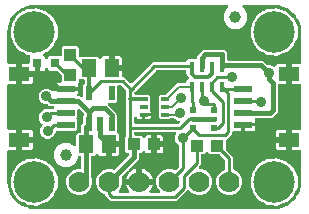
<source format=gbr>
G04 EAGLE Gerber RS-274X export*
G75*
%MOMM*%
%FSLAX34Y34*%
%LPD*%
%INTop Copper*%
%IPPOS*%
%AMOC8*
5,1,8,0,0,1.08239X$1,22.5*%
G01*
%ADD10R,1.240000X1.500000*%
%ADD11R,0.550000X1.200000*%
%ADD12R,1.075000X1.000000*%
%ADD13R,0.450000X0.900000*%
%ADD14R,0.500000X0.500000*%
%ADD15R,0.500000X0.400000*%
%ADD16C,1.778000*%
%ADD17C,3.516000*%
%ADD18R,1.550000X0.600000*%
%ADD19R,1.800000X1.200000*%
%ADD20C,1.000000*%
%ADD21R,0.800000X0.800000*%
%ADD22R,1.000000X1.075000*%
%ADD23R,0.650000X0.300000*%
%ADD24C,0.406400*%
%ADD25C,0.906400*%
%ADD26C,0.254000*%
%ADD27C,0.889000*%
%ADD28C,0.203200*%
%ADD29C,0.304800*%

G36*
X228622Y2543D02*
X228622Y2543D01*
X228700Y2545D01*
X232077Y2810D01*
X232145Y2824D01*
X232214Y2829D01*
X232370Y2869D01*
X238794Y4956D01*
X238901Y5006D01*
X239012Y5050D01*
X239063Y5083D01*
X239082Y5091D01*
X239097Y5104D01*
X239148Y5136D01*
X244612Y9107D01*
X244699Y9188D01*
X244746Y9227D01*
X244752Y9231D01*
X244753Y9233D01*
X244791Y9264D01*
X244829Y9310D01*
X244844Y9324D01*
X244855Y9341D01*
X244893Y9387D01*
X246586Y11717D01*
X246599Y11741D01*
X246616Y11761D01*
X246675Y11879D01*
X246739Y11996D01*
X246746Y12022D01*
X246758Y12046D01*
X246785Y12174D01*
X246799Y12185D01*
X246823Y12196D01*
X246925Y12280D01*
X247031Y12361D01*
X247048Y12382D01*
X247068Y12399D01*
X247171Y12523D01*
X248864Y14852D01*
X248921Y14956D01*
X248985Y15056D01*
X249007Y15113D01*
X249017Y15131D01*
X249022Y15151D01*
X249044Y15206D01*
X251131Y21630D01*
X251144Y21698D01*
X251167Y21764D01*
X251190Y21923D01*
X251455Y25300D01*
X251455Y25304D01*
X251456Y25307D01*
X251455Y25326D01*
X251459Y25400D01*
X251459Y51090D01*
X251444Y51208D01*
X251437Y51327D01*
X251424Y51365D01*
X251419Y51406D01*
X251376Y51516D01*
X251339Y51629D01*
X251317Y51664D01*
X251302Y51701D01*
X251233Y51797D01*
X251169Y51898D01*
X251139Y51926D01*
X251116Y51959D01*
X251024Y52035D01*
X250937Y52116D01*
X250902Y52136D01*
X250871Y52161D01*
X250763Y52212D01*
X250659Y52270D01*
X250619Y52280D01*
X250583Y52297D01*
X250466Y52319D01*
X250351Y52349D01*
X250291Y52353D01*
X250271Y52357D01*
X250250Y52355D01*
X250190Y52359D01*
X243729Y52359D01*
X243729Y59630D01*
X243714Y59748D01*
X243707Y59867D01*
X243694Y59905D01*
X243689Y59945D01*
X243645Y60056D01*
X243609Y60169D01*
X243587Y60204D01*
X243572Y60241D01*
X243502Y60337D01*
X243439Y60438D01*
X243409Y60466D01*
X243385Y60498D01*
X243294Y60574D01*
X243207Y60656D01*
X243172Y60675D01*
X243140Y60701D01*
X243033Y60752D01*
X242929Y60809D01*
X242889Y60820D01*
X242853Y60837D01*
X242736Y60859D01*
X242621Y60889D01*
X242560Y60893D01*
X242540Y60897D01*
X242520Y60895D01*
X242460Y60899D01*
X241189Y60899D01*
X241189Y60901D01*
X242460Y60901D01*
X242578Y60916D01*
X242697Y60923D01*
X242735Y60936D01*
X242775Y60941D01*
X242886Y60985D01*
X242999Y61021D01*
X243034Y61043D01*
X243071Y61058D01*
X243167Y61128D01*
X243268Y61191D01*
X243296Y61221D01*
X243328Y61245D01*
X243404Y61336D01*
X243486Y61423D01*
X243505Y61458D01*
X243531Y61490D01*
X243582Y61597D01*
X243639Y61701D01*
X243650Y61741D01*
X243667Y61777D01*
X243689Y61894D01*
X243719Y62009D01*
X243723Y62070D01*
X243727Y62090D01*
X243725Y62109D01*
X243727Y62115D01*
X243726Y62122D01*
X243729Y62170D01*
X243729Y69441D01*
X250190Y69441D01*
X250308Y69456D01*
X250427Y69463D01*
X250465Y69476D01*
X250506Y69481D01*
X250616Y69524D01*
X250729Y69561D01*
X250764Y69583D01*
X250801Y69598D01*
X250898Y69668D01*
X250998Y69731D01*
X251026Y69761D01*
X251059Y69784D01*
X251135Y69876D01*
X251216Y69963D01*
X251236Y69998D01*
X251261Y70029D01*
X251312Y70137D01*
X251370Y70241D01*
X251380Y70280D01*
X251397Y70317D01*
X251419Y70434D01*
X251449Y70549D01*
X251453Y70609D01*
X251457Y70629D01*
X251455Y70650D01*
X251459Y70710D01*
X251459Y107090D01*
X251444Y107208D01*
X251437Y107327D01*
X251424Y107365D01*
X251419Y107406D01*
X251376Y107516D01*
X251339Y107629D01*
X251317Y107664D01*
X251302Y107701D01*
X251233Y107797D01*
X251169Y107898D01*
X251139Y107926D01*
X251116Y107959D01*
X251024Y108035D01*
X250937Y108116D01*
X250902Y108136D01*
X250871Y108161D01*
X250763Y108212D01*
X250659Y108270D01*
X250619Y108280D01*
X250583Y108297D01*
X250466Y108319D01*
X250351Y108349D01*
X250291Y108353D01*
X250271Y108357D01*
X250250Y108355D01*
X250190Y108359D01*
X243729Y108359D01*
X243729Y115630D01*
X243714Y115748D01*
X243707Y115867D01*
X243694Y115905D01*
X243689Y115945D01*
X243645Y116056D01*
X243609Y116169D01*
X243587Y116204D01*
X243572Y116241D01*
X243502Y116337D01*
X243439Y116438D01*
X243409Y116466D01*
X243385Y116498D01*
X243294Y116574D01*
X243207Y116656D01*
X243172Y116675D01*
X243140Y116701D01*
X243033Y116752D01*
X242929Y116809D01*
X242889Y116820D01*
X242853Y116837D01*
X242736Y116859D01*
X242621Y116889D01*
X242560Y116893D01*
X242540Y116897D01*
X242520Y116895D01*
X242460Y116899D01*
X239920Y116899D01*
X239802Y116884D01*
X239683Y116877D01*
X239645Y116864D01*
X239605Y116859D01*
X239494Y116815D01*
X239381Y116779D01*
X239346Y116757D01*
X239309Y116742D01*
X239213Y116672D01*
X239112Y116609D01*
X239084Y116579D01*
X239051Y116555D01*
X238975Y116464D01*
X238894Y116377D01*
X238874Y116342D01*
X238849Y116310D01*
X238798Y116203D01*
X238740Y116099D01*
X238730Y116059D01*
X238713Y116023D01*
X238691Y115906D01*
X238661Y115791D01*
X238657Y115730D01*
X238653Y115710D01*
X238655Y115690D01*
X238651Y115630D01*
X238651Y108359D01*
X232664Y108359D01*
X232546Y108344D01*
X232427Y108337D01*
X232389Y108324D01*
X232348Y108319D01*
X232238Y108276D01*
X232125Y108239D01*
X232090Y108217D01*
X232053Y108202D01*
X231957Y108133D01*
X231856Y108069D01*
X231828Y108039D01*
X231795Y108016D01*
X231719Y107924D01*
X231638Y107837D01*
X231618Y107802D01*
X231593Y107771D01*
X231542Y107663D01*
X231484Y107559D01*
X231474Y107519D01*
X231457Y107483D01*
X231435Y107366D01*
X231405Y107251D01*
X231401Y107191D01*
X231397Y107171D01*
X231399Y107150D01*
X231395Y107090D01*
X231395Y84676D01*
X226554Y79835D01*
X213377Y79835D01*
X213246Y79819D01*
X213114Y79808D01*
X213089Y79799D01*
X213062Y79795D01*
X212939Y79747D01*
X212814Y79703D01*
X212791Y79688D01*
X212766Y79678D01*
X212659Y79601D01*
X212549Y79527D01*
X212531Y79507D01*
X212509Y79492D01*
X212424Y79389D01*
X212336Y79291D01*
X212323Y79267D01*
X212306Y79247D01*
X212250Y79127D01*
X212188Y79009D01*
X212182Y78983D01*
X212171Y78959D01*
X212146Y78829D01*
X212115Y78700D01*
X212116Y78673D01*
X212111Y78647D01*
X212119Y78515D01*
X212122Y78382D01*
X212129Y78356D01*
X212131Y78329D01*
X212171Y78203D01*
X212207Y78076D01*
X212224Y78041D01*
X212229Y78027D01*
X212240Y78008D01*
X212278Y77931D01*
X212308Y77881D01*
X212481Y77234D01*
X212481Y75399D01*
X202420Y75399D01*
X202302Y75384D01*
X202183Y75377D01*
X202145Y75364D01*
X202105Y75359D01*
X201994Y75316D01*
X201881Y75279D01*
X201847Y75257D01*
X201809Y75242D01*
X201713Y75173D01*
X201612Y75109D01*
X201584Y75079D01*
X201552Y75056D01*
X201476Y74964D01*
X201394Y74877D01*
X201375Y74842D01*
X201349Y74811D01*
X201329Y74768D01*
X201252Y74712D01*
X201152Y74649D01*
X201124Y74619D01*
X201091Y74595D01*
X201015Y74504D01*
X200934Y74417D01*
X200914Y74382D01*
X200889Y74350D01*
X200838Y74243D01*
X200780Y74138D01*
X200770Y74099D01*
X200753Y74063D01*
X200731Y73946D01*
X200701Y73830D01*
X200697Y73770D01*
X200693Y73750D01*
X200695Y73730D01*
X200691Y73670D01*
X200691Y68359D01*
X194102Y68359D01*
X193984Y68344D01*
X193865Y68337D01*
X193827Y68324D01*
X193786Y68319D01*
X193676Y68276D01*
X193563Y68239D01*
X193528Y68217D01*
X193491Y68202D01*
X193395Y68133D01*
X193294Y68069D01*
X193266Y68039D01*
X193233Y68016D01*
X193157Y67924D01*
X193076Y67837D01*
X193056Y67802D01*
X193031Y67771D01*
X192980Y67663D01*
X192922Y67559D01*
X192912Y67519D01*
X192895Y67483D01*
X192873Y67366D01*
X192843Y67251D01*
X192839Y67191D01*
X192835Y67171D01*
X192837Y67150D01*
X192833Y67090D01*
X192833Y66242D01*
X190364Y63774D01*
X187729Y61139D01*
X187669Y61060D01*
X187601Y60988D01*
X187572Y60935D01*
X187535Y60887D01*
X187495Y60796D01*
X187447Y60710D01*
X187432Y60651D01*
X187408Y60596D01*
X187393Y60498D01*
X187368Y60402D01*
X187362Y60302D01*
X187358Y60282D01*
X187360Y60269D01*
X187358Y60241D01*
X187358Y53669D01*
X187370Y53571D01*
X187373Y53472D01*
X187390Y53413D01*
X187398Y53353D01*
X187434Y53261D01*
X187462Y53166D01*
X187492Y53114D01*
X187515Y53058D01*
X187573Y52978D01*
X187623Y52892D01*
X187689Y52817D01*
X187701Y52800D01*
X187711Y52792D01*
X187729Y52771D01*
X193803Y46698D01*
X193803Y36703D01*
X193806Y36673D01*
X193804Y36644D01*
X193826Y36516D01*
X193843Y36387D01*
X193853Y36360D01*
X193858Y36331D01*
X193912Y36212D01*
X193960Y36091D01*
X193977Y36068D01*
X193989Y36041D01*
X194070Y35939D01*
X194146Y35834D01*
X194169Y35815D01*
X194188Y35792D01*
X194291Y35714D01*
X194391Y35631D01*
X194418Y35619D01*
X194442Y35601D01*
X194586Y35530D01*
X196687Y34660D01*
X199760Y31587D01*
X201423Y27573D01*
X201423Y23227D01*
X199760Y19213D01*
X196687Y16140D01*
X192673Y14477D01*
X188327Y14477D01*
X184313Y16140D01*
X181240Y19213D01*
X179577Y23227D01*
X179577Y27573D01*
X181240Y31587D01*
X184313Y34660D01*
X186414Y35530D01*
X186439Y35545D01*
X186467Y35554D01*
X186577Y35623D01*
X186690Y35688D01*
X186711Y35708D01*
X186736Y35724D01*
X186825Y35819D01*
X186918Y35909D01*
X186934Y35934D01*
X186954Y35956D01*
X187017Y36069D01*
X187085Y36180D01*
X187093Y36208D01*
X187108Y36234D01*
X187140Y36360D01*
X187178Y36484D01*
X187180Y36513D01*
X187187Y36542D01*
X187197Y36703D01*
X187197Y43436D01*
X187185Y43534D01*
X187182Y43633D01*
X187165Y43692D01*
X187157Y43752D01*
X187121Y43844D01*
X187093Y43939D01*
X187063Y43991D01*
X187040Y44047D01*
X186982Y44127D01*
X186932Y44213D01*
X186866Y44288D01*
X186854Y44305D01*
X186844Y44313D01*
X186826Y44334D01*
X182684Y48476D01*
X182605Y48536D01*
X182533Y48604D01*
X182480Y48633D01*
X182432Y48670D01*
X182341Y48710D01*
X182255Y48758D01*
X182196Y48773D01*
X182141Y48797D01*
X182043Y48812D01*
X181947Y48837D01*
X181847Y48843D01*
X181826Y48847D01*
X181814Y48845D01*
X181786Y48847D01*
X173733Y48847D01*
X172347Y50233D01*
X172253Y50306D01*
X172164Y50385D01*
X172128Y50403D01*
X172096Y50428D01*
X171987Y50475D01*
X171881Y50529D01*
X171842Y50538D01*
X171804Y50554D01*
X171687Y50573D01*
X171571Y50599D01*
X171530Y50598D01*
X171490Y50604D01*
X171372Y50593D01*
X171253Y50589D01*
X171214Y50578D01*
X171174Y50574D01*
X171062Y50534D01*
X170947Y50501D01*
X170912Y50480D01*
X170874Y50467D01*
X170776Y50400D01*
X170673Y50339D01*
X170628Y50299D01*
X170611Y50288D01*
X170598Y50273D01*
X170552Y50233D01*
X169167Y48847D01*
X167522Y48847D01*
X167404Y48832D01*
X167285Y48825D01*
X167247Y48812D01*
X167206Y48807D01*
X167096Y48764D01*
X166983Y48727D01*
X166948Y48705D01*
X166911Y48690D01*
X166815Y48621D01*
X166714Y48557D01*
X166686Y48527D01*
X166653Y48504D01*
X166577Y48412D01*
X166496Y48325D01*
X166476Y48290D01*
X166451Y48259D01*
X166400Y48151D01*
X166342Y48047D01*
X166332Y48007D01*
X166315Y47971D01*
X166293Y47854D01*
X166263Y47739D01*
X166259Y47679D01*
X166255Y47659D01*
X166257Y47638D01*
X166253Y47578D01*
X166253Y39662D01*
X165080Y38489D01*
X164995Y38380D01*
X164906Y38273D01*
X164898Y38254D01*
X164885Y38238D01*
X164830Y38110D01*
X164771Y37985D01*
X164767Y37965D01*
X164759Y37946D01*
X164737Y37808D01*
X164711Y37672D01*
X164712Y37652D01*
X164709Y37632D01*
X164722Y37493D01*
X164731Y37355D01*
X164737Y37336D01*
X164739Y37316D01*
X164786Y37184D01*
X164829Y37053D01*
X164840Y37035D01*
X164847Y37016D01*
X164925Y36901D01*
X164999Y36784D01*
X165014Y36770D01*
X165025Y36753D01*
X165129Y36661D01*
X165231Y36566D01*
X165248Y36556D01*
X165264Y36543D01*
X165388Y36479D01*
X165509Y36412D01*
X165529Y36407D01*
X165547Y36398D01*
X165683Y36368D01*
X165817Y36333D01*
X165845Y36331D01*
X165857Y36328D01*
X165878Y36329D01*
X165978Y36323D01*
X167273Y36323D01*
X171287Y34660D01*
X174360Y31587D01*
X176023Y27573D01*
X176023Y23227D01*
X174360Y19213D01*
X171287Y16140D01*
X167273Y14477D01*
X162927Y14477D01*
X158913Y16140D01*
X156530Y18523D01*
X156436Y18596D01*
X156347Y18674D01*
X156311Y18693D01*
X156279Y18717D01*
X156170Y18765D01*
X156064Y18819D01*
X156024Y18828D01*
X155987Y18844D01*
X155870Y18863D01*
X155754Y18889D01*
X155713Y18887D01*
X155673Y18894D01*
X155555Y18883D01*
X155436Y18879D01*
X155397Y18868D01*
X155357Y18864D01*
X155244Y18824D01*
X155130Y18790D01*
X155095Y18770D01*
X155057Y18756D01*
X154959Y18689D01*
X154856Y18629D01*
X154811Y18589D01*
X154794Y18578D01*
X154781Y18562D01*
X154735Y18523D01*
X147917Y11704D01*
X145610Y9397D01*
X90072Y9397D01*
X85597Y13872D01*
X85597Y14097D01*
X85594Y14127D01*
X85596Y14156D01*
X85574Y14284D01*
X85557Y14413D01*
X85547Y14440D01*
X85542Y14469D01*
X85488Y14588D01*
X85440Y14709D01*
X85423Y14732D01*
X85411Y14759D01*
X85330Y14861D01*
X85254Y14966D01*
X85231Y14985D01*
X85212Y15008D01*
X85109Y15086D01*
X85009Y15169D01*
X84982Y15181D01*
X84958Y15199D01*
X84814Y15270D01*
X82713Y16140D01*
X79640Y19213D01*
X77977Y23227D01*
X77977Y27573D01*
X79640Y31587D01*
X82713Y34660D01*
X86727Y36323D01*
X91073Y36323D01*
X92412Y35768D01*
X92440Y35760D01*
X92466Y35747D01*
X92593Y35718D01*
X92718Y35684D01*
X92748Y35684D01*
X92777Y35677D01*
X92906Y35681D01*
X93036Y35679D01*
X93065Y35686D01*
X93095Y35687D01*
X93219Y35723D01*
X93346Y35753D01*
X93372Y35767D01*
X93400Y35775D01*
X93512Y35841D01*
X93627Y35902D01*
X93649Y35922D01*
X93674Y35937D01*
X93795Y36043D01*
X105174Y47422D01*
X105234Y47500D01*
X105302Y47572D01*
X105331Y47625D01*
X105368Y47673D01*
X105408Y47764D01*
X105456Y47851D01*
X105471Y47909D01*
X105495Y47965D01*
X105510Y48063D01*
X105535Y48159D01*
X105541Y48259D01*
X105545Y48279D01*
X105543Y48291D01*
X105545Y48319D01*
X105545Y48848D01*
X105530Y48966D01*
X105523Y49085D01*
X105510Y49123D01*
X105505Y49164D01*
X105462Y49274D01*
X105425Y49387D01*
X105403Y49422D01*
X105388Y49459D01*
X105319Y49555D01*
X105255Y49656D01*
X105225Y49684D01*
X105202Y49717D01*
X105110Y49793D01*
X105023Y49874D01*
X104988Y49894D01*
X104957Y49919D01*
X104849Y49970D01*
X104745Y50028D01*
X104705Y50038D01*
X104669Y50055D01*
X104552Y50077D01*
X104437Y50107D01*
X104377Y50111D01*
X104357Y50115D01*
X104336Y50113D01*
X104276Y50117D01*
X103393Y50117D01*
X102202Y51308D01*
X102202Y62992D01*
X103006Y63795D01*
X103066Y63874D01*
X103134Y63946D01*
X103163Y63999D01*
X103200Y64047D01*
X103240Y64137D01*
X103288Y64224D01*
X103303Y64283D01*
X103327Y64338D01*
X103342Y64436D01*
X103367Y64532D01*
X103373Y64632D01*
X103377Y64652D01*
X103375Y64665D01*
X103377Y64693D01*
X103377Y92997D01*
X103365Y93095D01*
X103362Y93194D01*
X103345Y93252D01*
X103337Y93313D01*
X103301Y93405D01*
X103273Y93500D01*
X103243Y93552D01*
X103220Y93608D01*
X103162Y93688D01*
X103123Y93754D01*
X103123Y96744D01*
X103134Y96756D01*
X103163Y96809D01*
X103200Y96857D01*
X103240Y96948D01*
X103288Y97034D01*
X103303Y97093D01*
X103327Y97149D01*
X103342Y97247D01*
X103367Y97342D01*
X103373Y97442D01*
X103377Y97463D01*
X103375Y97475D01*
X103377Y97503D01*
X103377Y102246D01*
X103365Y102344D01*
X103362Y102443D01*
X103345Y102502D01*
X103337Y102562D01*
X103301Y102654D01*
X103273Y102749D01*
X103243Y102801D01*
X103220Y102857D01*
X103162Y102938D01*
X103112Y103023D01*
X103046Y103098D01*
X103034Y103115D01*
X103024Y103123D01*
X103006Y103144D01*
X99334Y106816D01*
X99255Y106876D01*
X99183Y106944D01*
X99130Y106973D01*
X99082Y107010D01*
X98991Y107050D01*
X98905Y107098D01*
X98846Y107113D01*
X98791Y107137D01*
X98693Y107152D01*
X98597Y107177D01*
X98497Y107183D01*
X98476Y107187D01*
X98464Y107185D01*
X98436Y107187D01*
X96832Y107187D01*
X96714Y107172D01*
X96595Y107165D01*
X96557Y107152D01*
X96516Y107147D01*
X96406Y107104D01*
X96293Y107067D01*
X96258Y107045D01*
X96221Y107030D01*
X96125Y106961D01*
X96024Y106897D01*
X95996Y106867D01*
X95963Y106844D01*
X95887Y106752D01*
X95806Y106665D01*
X95786Y106630D01*
X95761Y106599D01*
X95710Y106491D01*
X95652Y106387D01*
X95642Y106347D01*
X95625Y106311D01*
X95603Y106194D01*
X95573Y106079D01*
X95569Y106019D01*
X95565Y105999D01*
X95567Y105978D01*
X95563Y105918D01*
X95563Y93789D01*
X94372Y92598D01*
X88934Y92598D01*
X88796Y92581D01*
X88658Y92568D01*
X88639Y92561D01*
X88619Y92558D01*
X88490Y92507D01*
X88359Y92460D01*
X88342Y92449D01*
X88323Y92441D01*
X88211Y92360D01*
X88096Y92282D01*
X88082Y92266D01*
X88066Y92255D01*
X87977Y92147D01*
X87885Y92043D01*
X87876Y92025D01*
X87863Y92010D01*
X87804Y91884D01*
X87741Y91760D01*
X87736Y91740D01*
X87727Y91722D01*
X87701Y91585D01*
X87671Y91450D01*
X87672Y91429D01*
X87668Y91410D01*
X87676Y91271D01*
X87681Y91132D01*
X87686Y91112D01*
X87687Y91092D01*
X87730Y90960D01*
X87769Y90826D01*
X87779Y90809D01*
X87785Y90790D01*
X87860Y90672D01*
X87931Y90552D01*
X87949Y90531D01*
X87956Y90521D01*
X87971Y90507D01*
X88037Y90432D01*
X89527Y88942D01*
X94845Y83624D01*
X94845Y82715D01*
X94857Y82617D01*
X94860Y82517D01*
X94877Y82459D01*
X94885Y82399D01*
X94921Y82307D01*
X94949Y82212D01*
X94979Y82160D01*
X95002Y82103D01*
X95060Y82023D01*
X95110Y81938D01*
X95176Y81863D01*
X95188Y81846D01*
X95198Y81838D01*
X95217Y81817D01*
X95563Y81471D01*
X95563Y67646D01*
X95575Y67548D01*
X95578Y67449D01*
X95595Y67391D01*
X95603Y67331D01*
X95639Y67239D01*
X95667Y67143D01*
X95697Y67091D01*
X95720Y67035D01*
X95778Y66955D01*
X95828Y66869D01*
X95894Y66794D01*
X95906Y66778D01*
X95916Y66770D01*
X95935Y66749D01*
X96473Y66210D01*
X96808Y65631D01*
X96981Y64984D01*
X96981Y59689D01*
X89510Y59689D01*
X89392Y59674D01*
X89273Y59667D01*
X89235Y59654D01*
X89195Y59649D01*
X89084Y59605D01*
X88971Y59569D01*
X88936Y59547D01*
X88899Y59532D01*
X88803Y59462D01*
X88702Y59399D01*
X88674Y59369D01*
X88642Y59345D01*
X88566Y59254D01*
X88484Y59167D01*
X88465Y59132D01*
X88439Y59100D01*
X88388Y58993D01*
X88331Y58889D01*
X88320Y58849D01*
X88303Y58813D01*
X88281Y58696D01*
X88251Y58581D01*
X88247Y58520D01*
X88243Y58500D01*
X88245Y58480D01*
X88244Y58472D01*
X88243Y58468D01*
X88244Y58464D01*
X88241Y58420D01*
X88241Y57149D01*
X86970Y57149D01*
X86852Y57134D01*
X86733Y57127D01*
X86695Y57114D01*
X86655Y57109D01*
X86544Y57065D01*
X86431Y57029D01*
X86396Y57007D01*
X86359Y56992D01*
X86263Y56922D01*
X86162Y56859D01*
X86134Y56829D01*
X86101Y56805D01*
X86026Y56714D01*
X85944Y56627D01*
X85924Y56592D01*
X85899Y56560D01*
X85848Y56453D01*
X85790Y56349D01*
X85780Y56309D01*
X85763Y56273D01*
X85741Y56156D01*
X85711Y56041D01*
X85707Y55980D01*
X85703Y55960D01*
X85705Y55940D01*
X85704Y55934D01*
X85703Y55930D01*
X85704Y55925D01*
X85701Y55880D01*
X85701Y47109D01*
X81706Y47109D01*
X81059Y47282D01*
X80480Y47617D01*
X80007Y48090D01*
X79644Y48719D01*
X79568Y48819D01*
X79497Y48923D01*
X79472Y48946D01*
X79451Y48973D01*
X79353Y49051D01*
X79259Y49134D01*
X79229Y49149D01*
X79202Y49170D01*
X79087Y49221D01*
X78975Y49279D01*
X78942Y49286D01*
X78912Y49300D01*
X78788Y49321D01*
X78665Y49348D01*
X78631Y49347D01*
X78598Y49353D01*
X78473Y49342D01*
X78347Y49339D01*
X78315Y49329D01*
X78281Y49326D01*
X78163Y49285D01*
X78042Y49250D01*
X78013Y49233D01*
X77981Y49222D01*
X77876Y49152D01*
X77768Y49089D01*
X77731Y49056D01*
X77716Y49046D01*
X77701Y49030D01*
X77647Y48982D01*
X76282Y47617D01*
X74574Y47617D01*
X74456Y47602D01*
X74337Y47595D01*
X74299Y47582D01*
X74258Y47577D01*
X74148Y47534D01*
X74035Y47497D01*
X74000Y47475D01*
X73963Y47460D01*
X73867Y47391D01*
X73766Y47327D01*
X73738Y47297D01*
X73705Y47274D01*
X73629Y47182D01*
X73548Y47095D01*
X73528Y47060D01*
X73503Y47029D01*
X73452Y46921D01*
X73394Y46817D01*
X73384Y46777D01*
X73367Y46741D01*
X73345Y46624D01*
X73315Y46509D01*
X73311Y46449D01*
X73307Y46429D01*
X73309Y46408D01*
X73305Y46348D01*
X73305Y30524D01*
X73306Y30515D01*
X73305Y30506D01*
X73326Y30357D01*
X73345Y30209D01*
X73348Y30200D01*
X73349Y30191D01*
X73401Y30038D01*
X74423Y27573D01*
X74423Y23227D01*
X72760Y19213D01*
X69687Y16140D01*
X65673Y14477D01*
X61327Y14477D01*
X57313Y16140D01*
X54240Y19213D01*
X52577Y23227D01*
X52577Y27573D01*
X54240Y31587D01*
X57313Y34660D01*
X61327Y36323D01*
X63906Y36323D01*
X64024Y36338D01*
X64143Y36345D01*
X64181Y36358D01*
X64222Y36363D01*
X64332Y36406D01*
X64445Y36443D01*
X64480Y36465D01*
X64517Y36480D01*
X64613Y36549D01*
X64714Y36613D01*
X64742Y36643D01*
X64775Y36666D01*
X64851Y36758D01*
X64932Y36845D01*
X64952Y36880D01*
X64977Y36911D01*
X65028Y37019D01*
X65086Y37123D01*
X65096Y37163D01*
X65113Y37199D01*
X65135Y37316D01*
X65165Y37431D01*
X65169Y37491D01*
X65173Y37511D01*
X65171Y37532D01*
X65175Y37592D01*
X65175Y46348D01*
X65160Y46466D01*
X65153Y46585D01*
X65140Y46623D01*
X65135Y46664D01*
X65092Y46774D01*
X65055Y46887D01*
X65033Y46922D01*
X65018Y46959D01*
X64949Y47055D01*
X64885Y47156D01*
X64855Y47184D01*
X64832Y47217D01*
X64740Y47293D01*
X64653Y47374D01*
X64618Y47394D01*
X64587Y47419D01*
X64479Y47470D01*
X64375Y47528D01*
X64335Y47538D01*
X64299Y47555D01*
X64182Y47577D01*
X64067Y47607D01*
X64007Y47611D01*
X63987Y47615D01*
X63966Y47613D01*
X63906Y47617D01*
X63340Y47617D01*
X63222Y47602D01*
X63103Y47595D01*
X63065Y47582D01*
X63024Y47577D01*
X62914Y47534D01*
X62801Y47497D01*
X62766Y47475D01*
X62729Y47460D01*
X62633Y47391D01*
X62532Y47327D01*
X62504Y47297D01*
X62471Y47274D01*
X62395Y47182D01*
X62314Y47095D01*
X62294Y47060D01*
X62269Y47029D01*
X62218Y46921D01*
X62160Y46817D01*
X62150Y46777D01*
X62133Y46741D01*
X62111Y46624D01*
X62081Y46509D01*
X62077Y46449D01*
X62073Y46429D01*
X62075Y46408D01*
X62071Y46348D01*
X62071Y45580D01*
X59391Y40939D01*
X54750Y38259D01*
X49390Y38259D01*
X44749Y40939D01*
X42069Y45580D01*
X42069Y50940D01*
X44749Y55581D01*
X49390Y58261D01*
X54750Y58261D01*
X59103Y55747D01*
X59226Y55696D01*
X59345Y55639D01*
X59372Y55634D01*
X59397Y55624D01*
X59528Y55604D01*
X59658Y55580D01*
X59684Y55581D01*
X59711Y55577D01*
X59843Y55591D01*
X59975Y55599D01*
X60001Y55608D01*
X60027Y55610D01*
X60152Y55657D01*
X60277Y55697D01*
X60300Y55712D01*
X60326Y55721D01*
X60434Y55797D01*
X60546Y55868D01*
X60565Y55887D01*
X60587Y55903D01*
X60673Y56003D01*
X60764Y56099D01*
X60777Y56123D01*
X60795Y56143D01*
X60854Y56262D01*
X60918Y56378D01*
X60924Y56404D01*
X60936Y56428D01*
X60964Y56558D01*
X60997Y56686D01*
X60999Y56724D01*
X61003Y56739D01*
X61002Y56761D01*
X61007Y56846D01*
X61007Y65492D01*
X62198Y66683D01*
X63906Y66683D01*
X64024Y66698D01*
X64143Y66705D01*
X64181Y66718D01*
X64222Y66723D01*
X64332Y66766D01*
X64445Y66803D01*
X64480Y66825D01*
X64517Y66840D01*
X64613Y66909D01*
X64714Y66973D01*
X64742Y67003D01*
X64775Y67026D01*
X64851Y67118D01*
X64932Y67205D01*
X64952Y67240D01*
X64977Y67271D01*
X65028Y67379D01*
X65086Y67483D01*
X65096Y67523D01*
X65113Y67559D01*
X65135Y67676D01*
X65165Y67791D01*
X65169Y67851D01*
X65173Y67871D01*
X65171Y67892D01*
X65175Y67952D01*
X65175Y73773D01*
X66626Y75223D01*
X66686Y75301D01*
X66754Y75373D01*
X66783Y75426D01*
X66820Y75474D01*
X66860Y75565D01*
X66908Y75652D01*
X66923Y75710D01*
X66947Y75766D01*
X66962Y75864D01*
X66987Y75960D01*
X66993Y76060D01*
X66997Y76080D01*
X66995Y76092D01*
X66997Y76120D01*
X66997Y81471D01*
X67121Y81595D01*
X67194Y81689D01*
X67273Y81778D01*
X67292Y81815D01*
X67316Y81846D01*
X67364Y81956D01*
X67418Y82062D01*
X67427Y82101D01*
X67443Y82138D01*
X67461Y82256D01*
X67487Y82372D01*
X67486Y82412D01*
X67493Y82452D01*
X67481Y82571D01*
X67478Y82690D01*
X67467Y82729D01*
X67463Y82769D01*
X67423Y82881D01*
X67389Y82995D01*
X67369Y83030D01*
X67355Y83068D01*
X67288Y83167D01*
X67228Y83269D01*
X67195Y83307D01*
X67192Y83312D01*
X67187Y83316D01*
X67177Y83331D01*
X67161Y83345D01*
X67121Y83390D01*
X63759Y86752D01*
X63650Y86837D01*
X63543Y86926D01*
X63524Y86935D01*
X63508Y86947D01*
X63380Y87003D01*
X63255Y87062D01*
X63235Y87065D01*
X63216Y87073D01*
X63078Y87095D01*
X62942Y87121D01*
X62922Y87120D01*
X62902Y87123D01*
X62763Y87110D01*
X62625Y87102D01*
X62606Y87095D01*
X62586Y87093D01*
X62454Y87046D01*
X62323Y87004D01*
X62305Y86993D01*
X62286Y86986D01*
X62171Y86908D01*
X62054Y86833D01*
X62040Y86819D01*
X62023Y86807D01*
X61931Y86703D01*
X61836Y86602D01*
X61826Y86584D01*
X61813Y86569D01*
X61749Y86445D01*
X61682Y86323D01*
X61677Y86304D01*
X61668Y86286D01*
X61638Y86150D01*
X61603Y86015D01*
X61601Y85987D01*
X61598Y85975D01*
X61599Y85955D01*
X61593Y85855D01*
X61593Y80058D01*
X61332Y79798D01*
X61259Y79703D01*
X61180Y79614D01*
X61162Y79578D01*
X61137Y79546D01*
X61090Y79437D01*
X61036Y79331D01*
X61027Y79292D01*
X61011Y79254D01*
X60992Y79136D01*
X60966Y79021D01*
X60967Y78980D01*
X60961Y78940D01*
X60972Y78822D01*
X60976Y78703D01*
X60987Y78664D01*
X60991Y78624D01*
X61031Y78512D01*
X61064Y78397D01*
X61085Y78362D01*
X61098Y78324D01*
X61165Y78226D01*
X61226Y78123D01*
X61266Y78078D01*
X61277Y78061D01*
X61292Y78048D01*
X61332Y78003D01*
X61593Y77742D01*
X61593Y70058D01*
X60402Y68867D01*
X44664Y68867D01*
X44546Y68852D01*
X44427Y68845D01*
X44389Y68832D01*
X44348Y68827D01*
X44238Y68784D01*
X44125Y68747D01*
X44090Y68725D01*
X44053Y68710D01*
X43957Y68641D01*
X43856Y68577D01*
X43828Y68547D01*
X43795Y68524D01*
X43719Y68432D01*
X43638Y68345D01*
X43618Y68310D01*
X43593Y68279D01*
X43542Y68171D01*
X43484Y68067D01*
X43474Y68027D01*
X43457Y67991D01*
X43435Y67874D01*
X43405Y67759D01*
X43401Y67699D01*
X43397Y67679D01*
X43399Y67658D01*
X43395Y67598D01*
X43395Y67274D01*
X42395Y64861D01*
X40549Y63015D01*
X38136Y62015D01*
X35524Y62015D01*
X33111Y63015D01*
X31265Y64861D01*
X30265Y67274D01*
X30265Y69886D01*
X31265Y72299D01*
X31955Y72989D01*
X32028Y73083D01*
X32106Y73172D01*
X32125Y73208D01*
X32150Y73240D01*
X32197Y73349D01*
X32251Y73455D01*
X32260Y73495D01*
X32276Y73532D01*
X32295Y73649D01*
X32321Y73765D01*
X32319Y73806D01*
X32326Y73846D01*
X32315Y73964D01*
X32311Y74083D01*
X32300Y74122D01*
X32296Y74162D01*
X32256Y74275D01*
X32223Y74389D01*
X32202Y74424D01*
X32188Y74462D01*
X32122Y74560D01*
X32061Y74663D01*
X32021Y74708D01*
X32010Y74725D01*
X31995Y74738D01*
X31955Y74784D01*
X30221Y76517D01*
X29221Y78930D01*
X29221Y81542D01*
X30221Y83955D01*
X32067Y85801D01*
X34480Y86801D01*
X37154Y86801D01*
X37252Y86813D01*
X37351Y86816D01*
X37410Y86833D01*
X37470Y86841D01*
X37562Y86877D01*
X37657Y86905D01*
X37709Y86935D01*
X37765Y86958D01*
X37846Y87016D01*
X37931Y87066D01*
X38006Y87133D01*
X38023Y87145D01*
X38031Y87154D01*
X38052Y87173D01*
X38082Y87203D01*
X40962Y87203D01*
X41060Y87215D01*
X41160Y87218D01*
X41218Y87235D01*
X41278Y87243D01*
X41370Y87279D01*
X41465Y87307D01*
X41517Y87337D01*
X41574Y87360D01*
X41654Y87418D01*
X41739Y87468D01*
X41814Y87534D01*
X41831Y87546D01*
X41839Y87556D01*
X41860Y87574D01*
X41954Y87669D01*
X42039Y87778D01*
X42128Y87885D01*
X42136Y87904D01*
X42149Y87920D01*
X42204Y88048D01*
X42263Y88173D01*
X42267Y88193D01*
X42275Y88212D01*
X42297Y88350D01*
X42323Y88486D01*
X42322Y88506D01*
X42325Y88526D01*
X42312Y88665D01*
X42303Y88803D01*
X42297Y88822D01*
X42295Y88842D01*
X42248Y88974D01*
X42205Y89105D01*
X42194Y89123D01*
X42188Y89142D01*
X42109Y89257D01*
X42035Y89374D01*
X42020Y89388D01*
X42009Y89405D01*
X41905Y89497D01*
X41803Y89592D01*
X41786Y89602D01*
X41771Y89615D01*
X41647Y89678D01*
X41525Y89746D01*
X41505Y89751D01*
X41487Y89760D01*
X41351Y89790D01*
X41217Y89825D01*
X41189Y89827D01*
X41177Y89830D01*
X41157Y89829D01*
X41056Y89835D01*
X37766Y89835D01*
X36748Y90854D01*
X36670Y90914D01*
X36598Y90982D01*
X36545Y91011D01*
X36497Y91048D01*
X36406Y91088D01*
X36319Y91136D01*
X36261Y91151D01*
X36205Y91175D01*
X36107Y91190D01*
X36011Y91215D01*
X35911Y91221D01*
X35891Y91225D01*
X35879Y91223D01*
X35851Y91225D01*
X34254Y91225D01*
X31841Y92225D01*
X29995Y94071D01*
X28995Y96484D01*
X28995Y99096D01*
X29995Y101509D01*
X31841Y103355D01*
X34254Y104355D01*
X36866Y104355D01*
X39279Y103355D01*
X39352Y103281D01*
X39371Y103267D01*
X39401Y103232D01*
X39862Y102772D01*
X39940Y102712D01*
X40012Y102644D01*
X40065Y102615D01*
X40113Y102578D01*
X40204Y102538D01*
X40290Y102490D01*
X40349Y102475D01*
X40405Y102451D01*
X40502Y102436D01*
X40598Y102411D01*
X40698Y102405D01*
X40719Y102401D01*
X40731Y102402D01*
X40759Y102401D01*
X51580Y102401D01*
X51698Y102416D01*
X51817Y102423D01*
X51824Y102425D01*
X51880Y102411D01*
X51940Y102407D01*
X51960Y102403D01*
X51980Y102405D01*
X52040Y102401D01*
X62101Y102401D01*
X62101Y100566D01*
X61928Y99919D01*
X61898Y99869D01*
X61847Y99747D01*
X61791Y99627D01*
X61786Y99600D01*
X61775Y99576D01*
X61756Y99444D01*
X61731Y99314D01*
X61732Y99288D01*
X61729Y99261D01*
X61742Y99129D01*
X61751Y98997D01*
X61759Y98972D01*
X61762Y98945D01*
X61808Y98820D01*
X61849Y98695D01*
X61863Y98672D01*
X61872Y98647D01*
X61948Y98538D01*
X62019Y98426D01*
X62038Y98407D01*
X62054Y98385D01*
X62154Y98299D01*
X62250Y98208D01*
X62274Y98195D01*
X62294Y98177D01*
X62413Y98118D01*
X62529Y98054D01*
X62555Y98048D01*
X62579Y98036D01*
X62709Y98008D01*
X62837Y97975D01*
X62875Y97973D01*
X62890Y97969D01*
X62912Y97970D01*
X62997Y97965D01*
X64044Y97965D01*
X64831Y97178D01*
X64940Y97093D01*
X65047Y97004D01*
X65066Y96995D01*
X65082Y96983D01*
X65209Y96928D01*
X65335Y96868D01*
X65355Y96865D01*
X65374Y96857D01*
X65512Y96835D01*
X65648Y96809D01*
X65668Y96810D01*
X65688Y96807D01*
X65827Y96820D01*
X65965Y96828D01*
X65984Y96835D01*
X66004Y96837D01*
X66136Y96884D01*
X66267Y96926D01*
X66285Y96937D01*
X66304Y96944D01*
X66419Y97022D01*
X66536Y97097D01*
X66550Y97111D01*
X66567Y97123D01*
X66659Y97227D01*
X66754Y97328D01*
X66764Y97346D01*
X66777Y97361D01*
X66840Y97485D01*
X66908Y97607D01*
X66913Y97626D01*
X66922Y97644D01*
X66952Y97780D01*
X66987Y97915D01*
X66989Y97943D01*
X66992Y97955D01*
X66991Y97975D01*
X66997Y98075D01*
X66997Y107473D01*
X67852Y108327D01*
X67912Y108406D01*
X67980Y108478D01*
X68009Y108531D01*
X68046Y108579D01*
X68086Y108669D01*
X68134Y108756D01*
X68149Y108815D01*
X68173Y108870D01*
X68188Y108968D01*
X68213Y109064D01*
X68219Y109164D01*
X68223Y109184D01*
X68221Y109197D01*
X68223Y109225D01*
X68223Y111118D01*
X68208Y111236D01*
X68201Y111355D01*
X68188Y111393D01*
X68183Y111434D01*
X68140Y111544D01*
X68103Y111657D01*
X68081Y111692D01*
X68066Y111729D01*
X67997Y111825D01*
X67933Y111926D01*
X67903Y111954D01*
X67880Y111987D01*
X67788Y112063D01*
X67701Y112144D01*
X67666Y112164D01*
X67635Y112189D01*
X67527Y112240D01*
X67423Y112298D01*
X67383Y112308D01*
X67347Y112325D01*
X67230Y112347D01*
X67115Y112377D01*
X67055Y112381D01*
X67035Y112385D01*
X67014Y112383D01*
X66954Y112387D01*
X64409Y112387D01*
X64399Y112389D01*
X64262Y112415D01*
X64243Y112414D01*
X64223Y112417D01*
X64084Y112404D01*
X63945Y112395D01*
X63926Y112389D01*
X63906Y112387D01*
X63775Y112340D01*
X63643Y112297D01*
X63626Y112287D01*
X63607Y112280D01*
X63492Y112202D01*
X63374Y112127D01*
X63360Y112113D01*
X63344Y112101D01*
X63252Y111997D01*
X63156Y111895D01*
X63146Y111878D01*
X63133Y111863D01*
X63070Y111739D01*
X63002Y111617D01*
X62997Y111598D01*
X62988Y111580D01*
X62958Y111444D01*
X62923Y111309D01*
X62921Y111281D01*
X62919Y111270D01*
X62919Y111249D01*
X62913Y111148D01*
X62913Y109743D01*
X62260Y109091D01*
X62196Y109007D01*
X62124Y108929D01*
X62098Y108882D01*
X62065Y108839D01*
X62023Y108742D01*
X61973Y108649D01*
X61961Y108597D01*
X61939Y108548D01*
X61923Y108443D01*
X61897Y108340D01*
X61898Y108287D01*
X61889Y108233D01*
X61899Y108128D01*
X61900Y108022D01*
X61917Y107939D01*
X61919Y107917D01*
X61924Y107902D01*
X61932Y107865D01*
X62101Y107234D01*
X62101Y105399D01*
X52040Y105399D01*
X51922Y105384D01*
X51803Y105377D01*
X51796Y105375D01*
X51740Y105389D01*
X51680Y105393D01*
X51660Y105397D01*
X51640Y105395D01*
X51580Y105399D01*
X41519Y105399D01*
X41519Y107234D01*
X41692Y107881D01*
X42027Y108460D01*
X42500Y108933D01*
X43079Y109268D01*
X43726Y109441D01*
X47578Y109441D01*
X47696Y109456D01*
X47815Y109463D01*
X47853Y109476D01*
X47894Y109481D01*
X48004Y109524D01*
X48117Y109561D01*
X48152Y109583D01*
X48189Y109598D01*
X48285Y109667D01*
X48386Y109731D01*
X48414Y109761D01*
X48447Y109784D01*
X48523Y109876D01*
X48604Y109963D01*
X48624Y109998D01*
X48649Y110029D01*
X48700Y110137D01*
X48758Y110241D01*
X48768Y110281D01*
X48785Y110317D01*
X48807Y110434D01*
X48837Y110549D01*
X48841Y110609D01*
X48845Y110629D01*
X48843Y110650D01*
X48847Y110710D01*
X48847Y114746D01*
X48835Y114844D01*
X48832Y114943D01*
X48815Y115002D01*
X48807Y115062D01*
X48771Y115154D01*
X48743Y115249D01*
X48713Y115301D01*
X48690Y115357D01*
X48632Y115437D01*
X48582Y115523D01*
X48516Y115598D01*
X48504Y115615D01*
X48494Y115623D01*
X48476Y115644D01*
X44794Y119326D01*
X44715Y119386D01*
X44643Y119454D01*
X44590Y119483D01*
X44542Y119520D01*
X44451Y119560D01*
X44365Y119608D01*
X44306Y119623D01*
X44251Y119647D01*
X44153Y119662D01*
X44057Y119687D01*
X43957Y119693D01*
X43936Y119697D01*
X43924Y119695D01*
X43896Y119697D01*
X38218Y119697D01*
X37016Y120899D01*
X37008Y120962D01*
X36991Y121113D01*
X36988Y121119D01*
X36987Y121126D01*
X36931Y121268D01*
X36877Y121410D01*
X36873Y121416D01*
X36870Y121422D01*
X36781Y121545D01*
X36693Y121669D01*
X36687Y121674D01*
X36684Y121679D01*
X36566Y121776D01*
X36450Y121875D01*
X36444Y121878D01*
X36439Y121882D01*
X36301Y121947D01*
X36164Y122013D01*
X36157Y122015D01*
X36151Y122018D01*
X36003Y122046D01*
X35852Y122076D01*
X35845Y122076D01*
X35839Y122077D01*
X35688Y122068D01*
X35534Y122060D01*
X35528Y122058D01*
X35521Y122058D01*
X35377Y122011D01*
X35231Y121965D01*
X35225Y121962D01*
X35219Y121960D01*
X35090Y121878D01*
X34960Y121798D01*
X34956Y121793D01*
X34950Y121789D01*
X34845Y121678D01*
X34740Y121569D01*
X34737Y121563D01*
X34732Y121558D01*
X34658Y121424D01*
X34583Y121292D01*
X34581Y121283D01*
X34578Y121279D01*
X34576Y121269D01*
X34532Y121139D01*
X34428Y120749D01*
X34093Y120170D01*
X33620Y119697D01*
X33041Y119362D01*
X32394Y119189D01*
X30059Y119189D01*
X30059Y125000D01*
X30044Y125118D01*
X30037Y125237D01*
X30024Y125275D01*
X30019Y125315D01*
X29976Y125426D01*
X29939Y125539D01*
X29917Y125573D01*
X29902Y125611D01*
X29833Y125707D01*
X29769Y125808D01*
X29739Y125836D01*
X29716Y125868D01*
X29624Y125944D01*
X29537Y126026D01*
X29502Y126045D01*
X29471Y126071D01*
X29363Y126122D01*
X29259Y126179D01*
X29219Y126189D01*
X29183Y126207D01*
X29066Y126229D01*
X28951Y126259D01*
X28891Y126263D01*
X28871Y126266D01*
X28850Y126265D01*
X28790Y126269D01*
X27330Y126269D01*
X27212Y126254D01*
X27093Y126247D01*
X27055Y126234D01*
X27014Y126229D01*
X26904Y126185D01*
X26791Y126149D01*
X26756Y126127D01*
X26719Y126112D01*
X26622Y126042D01*
X26522Y125979D01*
X26494Y125949D01*
X26461Y125925D01*
X26385Y125834D01*
X26304Y125747D01*
X26284Y125712D01*
X26259Y125680D01*
X26208Y125573D01*
X26150Y125468D01*
X26140Y125429D01*
X26123Y125393D01*
X26101Y125276D01*
X26071Y125160D01*
X26067Y125100D01*
X26063Y125080D01*
X26065Y125060D01*
X26061Y125000D01*
X26061Y119189D01*
X23726Y119189D01*
X22954Y119396D01*
X22869Y119408D01*
X22786Y119429D01*
X22650Y119438D01*
X22639Y119439D01*
X22635Y119439D01*
X22626Y119439D01*
X15349Y119439D01*
X15349Y125441D01*
X20250Y125441D01*
X20368Y125456D01*
X20487Y125463D01*
X20525Y125475D01*
X20566Y125481D01*
X20676Y125524D01*
X20789Y125561D01*
X20824Y125583D01*
X20861Y125598D01*
X20957Y125667D01*
X21058Y125731D01*
X21086Y125761D01*
X21119Y125784D01*
X21195Y125876D01*
X21276Y125963D01*
X21296Y125998D01*
X21321Y126029D01*
X21372Y126137D01*
X21430Y126241D01*
X21440Y126281D01*
X21457Y126317D01*
X21479Y126434D01*
X21509Y126549D01*
X21513Y126609D01*
X21517Y126629D01*
X21515Y126650D01*
X21519Y126710D01*
X21519Y130064D01*
X21692Y130711D01*
X21899Y131068D01*
X21916Y131108D01*
X21939Y131144D01*
X21977Y131254D01*
X22022Y131361D01*
X22028Y131404D01*
X22042Y131445D01*
X22052Y131561D01*
X22069Y131676D01*
X22064Y131719D01*
X22068Y131762D01*
X22048Y131877D01*
X22036Y131992D01*
X22021Y132033D01*
X22013Y132075D01*
X21965Y132181D01*
X21925Y132290D01*
X21900Y132326D01*
X21883Y132365D01*
X21810Y132456D01*
X21744Y132552D01*
X21711Y132580D01*
X21684Y132613D01*
X21591Y132683D01*
X21503Y132760D01*
X21464Y132779D01*
X21430Y132805D01*
X21286Y132876D01*
X20951Y133014D01*
X20852Y133041D01*
X20757Y133077D01*
X20665Y133092D01*
X20644Y133098D01*
X20631Y133098D01*
X20598Y133104D01*
X19179Y133253D01*
X16215Y134964D01*
X16213Y134965D01*
X16210Y134967D01*
X16066Y135038D01*
X14290Y135773D01*
X13693Y136370D01*
X13626Y136422D01*
X13565Y136483D01*
X13451Y136558D01*
X13442Y136565D01*
X13438Y136567D01*
X13431Y136572D01*
X11929Y137439D01*
X10139Y139903D01*
X10126Y139917D01*
X10116Y139933D01*
X10009Y140054D01*
X8773Y141290D01*
X8357Y142296D01*
X8322Y142356D01*
X8297Y142420D01*
X8211Y142556D01*
X7008Y144211D01*
X6447Y146849D01*
X6436Y146883D01*
X6431Y146919D01*
X6379Y147071D01*
X5787Y148499D01*
X5787Y149822D01*
X5781Y149874D01*
X5783Y149926D01*
X5760Y150086D01*
X5268Y152400D01*
X5760Y154714D01*
X5764Y154767D01*
X5777Y154817D01*
X5787Y154978D01*
X5787Y156301D01*
X6379Y157729D01*
X6388Y157763D01*
X6404Y157795D01*
X6447Y157951D01*
X7008Y160589D01*
X8211Y162244D01*
X8244Y162305D01*
X8286Y162360D01*
X8357Y162504D01*
X8773Y163510D01*
X10009Y164746D01*
X10021Y164761D01*
X10036Y164773D01*
X10139Y164897D01*
X11929Y167361D01*
X13431Y168228D01*
X13499Y168280D01*
X13573Y168324D01*
X13675Y168414D01*
X13684Y168421D01*
X13687Y168424D01*
X13693Y168430D01*
X14290Y169027D01*
X16066Y169762D01*
X16068Y169764D01*
X16071Y169764D01*
X16215Y169836D01*
X18972Y171428D01*
X18993Y171444D01*
X19017Y171455D01*
X19119Y171540D01*
X19166Y171575D01*
X19203Y171568D01*
X19229Y171569D01*
X19256Y171565D01*
X19416Y171572D01*
X20598Y171696D01*
X20698Y171720D01*
X20799Y171734D01*
X20887Y171764D01*
X20908Y171769D01*
X20920Y171775D01*
X20951Y171786D01*
X21499Y172013D01*
X23543Y172013D01*
X23560Y172015D01*
X23676Y172020D01*
X27504Y172422D01*
X28573Y172075D01*
X28690Y172053D01*
X28805Y172023D01*
X28865Y172019D01*
X28885Y172015D01*
X28906Y172017D01*
X28965Y172013D01*
X29301Y172013D01*
X31209Y171223D01*
X31230Y171217D01*
X31303Y171188D01*
X35466Y169835D01*
X36078Y169285D01*
X36189Y169207D01*
X36297Y169126D01*
X36327Y169111D01*
X36339Y169103D01*
X36359Y169096D01*
X36441Y169055D01*
X36510Y169027D01*
X37805Y167732D01*
X37819Y167721D01*
X37853Y167686D01*
X41687Y164234D01*
X41900Y163756D01*
X41979Y163626D01*
X42250Y162971D01*
X42255Y162963D01*
X42263Y162941D01*
X45092Y156586D01*
X45092Y148214D01*
X42263Y141859D01*
X42260Y141849D01*
X42250Y141829D01*
X41994Y141211D01*
X41975Y141187D01*
X41970Y141179D01*
X41968Y141175D01*
X41963Y141164D01*
X41900Y141044D01*
X41687Y140566D01*
X37853Y137114D01*
X37841Y137100D01*
X37805Y137068D01*
X36510Y135773D01*
X36441Y135745D01*
X36324Y135678D01*
X36204Y135615D01*
X36177Y135594D01*
X36165Y135587D01*
X36150Y135572D01*
X36078Y135515D01*
X35466Y134965D01*
X33448Y134309D01*
X33351Y134264D01*
X33252Y134227D01*
X33208Y134196D01*
X33160Y134174D01*
X33078Y134106D01*
X32991Y134045D01*
X32956Y134005D01*
X32915Y133971D01*
X32852Y133885D01*
X32783Y133805D01*
X32759Y133757D01*
X32728Y133714D01*
X32688Y133615D01*
X32641Y133520D01*
X32630Y133468D01*
X32610Y133418D01*
X32597Y133313D01*
X32575Y133209D01*
X32577Y133156D01*
X32570Y133103D01*
X32584Y132997D01*
X32588Y132891D01*
X32603Y132840D01*
X32610Y132787D01*
X32649Y132688D01*
X32680Y132587D01*
X32707Y132541D01*
X32727Y132491D01*
X32789Y132405D01*
X32844Y132315D01*
X32882Y132277D01*
X32914Y132234D01*
X32996Y132166D01*
X33071Y132092D01*
X33142Y132045D01*
X33159Y132031D01*
X33173Y132024D01*
X33205Y132003D01*
X33620Y131763D01*
X34093Y131290D01*
X34428Y130711D01*
X34532Y130321D01*
X34590Y130179D01*
X34646Y130038D01*
X34650Y130033D01*
X34652Y130026D01*
X34742Y129905D01*
X34832Y129781D01*
X34838Y129776D01*
X34842Y129771D01*
X34958Y129676D01*
X35077Y129578D01*
X35084Y129575D01*
X35089Y129571D01*
X35228Y129507D01*
X35365Y129442D01*
X35372Y129441D01*
X35378Y129438D01*
X35529Y129411D01*
X35678Y129383D01*
X35684Y129383D01*
X35691Y129382D01*
X35843Y129393D01*
X35995Y129402D01*
X36001Y129404D01*
X36008Y129405D01*
X36153Y129454D01*
X36297Y129500D01*
X36303Y129504D01*
X36310Y129506D01*
X36438Y129589D01*
X36566Y129671D01*
X36571Y129675D01*
X36576Y129679D01*
X36680Y129791D01*
X36784Y129902D01*
X36787Y129908D01*
X36792Y129913D01*
X36864Y130047D01*
X36938Y130181D01*
X36939Y130187D01*
X36942Y130193D01*
X36979Y130341D01*
X37017Y130489D01*
X37018Y130498D01*
X37019Y130502D01*
X37019Y130513D01*
X37022Y130567D01*
X38218Y131763D01*
X47578Y131763D01*
X47696Y131778D01*
X47815Y131785D01*
X47853Y131798D01*
X47894Y131803D01*
X48004Y131846D01*
X48117Y131883D01*
X48152Y131905D01*
X48189Y131920D01*
X48285Y131989D01*
X48386Y132053D01*
X48414Y132083D01*
X48447Y132106D01*
X48523Y132198D01*
X48604Y132285D01*
X48624Y132320D01*
X48649Y132351D01*
X48700Y132459D01*
X48758Y132563D01*
X48768Y132603D01*
X48785Y132639D01*
X48807Y132756D01*
X48837Y132871D01*
X48841Y132931D01*
X48845Y132951D01*
X48843Y132972D01*
X48847Y133032D01*
X48847Y139177D01*
X50038Y140368D01*
X61722Y140368D01*
X62913Y139177D01*
X62913Y132692D01*
X62930Y132553D01*
X62943Y132415D01*
X62950Y132396D01*
X62953Y132376D01*
X63004Y132247D01*
X63051Y132115D01*
X63062Y132099D01*
X63070Y132080D01*
X63151Y131968D01*
X63230Y131852D01*
X63245Y131839D01*
X63256Y131823D01*
X63364Y131734D01*
X63468Y131642D01*
X63486Y131633D01*
X63501Y131620D01*
X63627Y131561D01*
X63752Y131498D01*
X63771Y131493D01*
X63789Y131485D01*
X63926Y131459D01*
X64062Y131428D01*
X64082Y131429D01*
X64101Y131425D01*
X64241Y131434D01*
X64380Y131438D01*
X64399Y131443D01*
X64419Y131445D01*
X64444Y131453D01*
X78822Y131453D01*
X80187Y130088D01*
X80286Y130011D01*
X80381Y129929D01*
X80411Y129914D01*
X80438Y129893D01*
X80553Y129843D01*
X80666Y129787D01*
X80699Y129780D01*
X80730Y129767D01*
X80854Y129747D01*
X80977Y129721D01*
X81011Y129722D01*
X81044Y129717D01*
X81169Y129728D01*
X81295Y129734D01*
X81327Y129743D01*
X81361Y129747D01*
X81479Y129789D01*
X81599Y129825D01*
X81628Y129843D01*
X81660Y129854D01*
X81764Y129925D01*
X81872Y129990D01*
X81895Y130014D01*
X81923Y130033D01*
X82006Y130127D01*
X82094Y130217D01*
X82121Y130257D01*
X82134Y130271D01*
X82144Y130291D01*
X82184Y130351D01*
X82547Y130980D01*
X83020Y131453D01*
X83599Y131788D01*
X84246Y131961D01*
X88241Y131961D01*
X88241Y123190D01*
X88256Y123072D01*
X88263Y122953D01*
X88276Y122915D01*
X88281Y122875D01*
X88324Y122764D01*
X88361Y122651D01*
X88383Y122616D01*
X88398Y122579D01*
X88468Y122483D01*
X88531Y122382D01*
X88561Y122354D01*
X88585Y122322D01*
X88676Y122246D01*
X88763Y122164D01*
X88798Y122145D01*
X88829Y122119D01*
X88937Y122068D01*
X89041Y122011D01*
X89081Y122000D01*
X89117Y121983D01*
X89234Y121961D01*
X89349Y121931D01*
X89410Y121927D01*
X89430Y121923D01*
X89450Y121925D01*
X89510Y121921D01*
X90781Y121921D01*
X90781Y120650D01*
X90796Y120532D01*
X90803Y120413D01*
X90816Y120375D01*
X90821Y120335D01*
X90865Y120224D01*
X90901Y120111D01*
X90923Y120076D01*
X90938Y120039D01*
X91008Y119943D01*
X91071Y119842D01*
X91101Y119814D01*
X91125Y119781D01*
X91216Y119706D01*
X91303Y119624D01*
X91338Y119604D01*
X91370Y119579D01*
X91477Y119528D01*
X91581Y119470D01*
X91621Y119460D01*
X91657Y119443D01*
X91774Y119421D01*
X91889Y119391D01*
X91950Y119387D01*
X91970Y119383D01*
X91990Y119385D01*
X92050Y119381D01*
X99521Y119381D01*
X99521Y115062D01*
X99536Y114944D01*
X99543Y114825D01*
X99556Y114787D01*
X99561Y114746D01*
X99604Y114636D01*
X99641Y114523D01*
X99663Y114488D01*
X99678Y114451D01*
X99747Y114355D01*
X99811Y114254D01*
X99841Y114226D01*
X99864Y114193D01*
X99956Y114117D01*
X100043Y114036D01*
X100078Y114016D01*
X100109Y113991D01*
X100217Y113940D01*
X100321Y113882D01*
X100361Y113872D01*
X100397Y113855D01*
X100514Y113833D01*
X100629Y113803D01*
X100689Y113799D01*
X100709Y113795D01*
X100730Y113797D01*
X100790Y113793D01*
X101698Y113793D01*
X106417Y109073D01*
X106512Y109000D01*
X106601Y108922D01*
X106637Y108903D01*
X106669Y108878D01*
X106778Y108831D01*
X106884Y108777D01*
X106923Y108768D01*
X106961Y108752D01*
X107078Y108733D01*
X107194Y108707D01*
X107235Y108708D01*
X107275Y108702D01*
X107393Y108713D01*
X107512Y108717D01*
X107551Y108728D01*
X107591Y108732D01*
X107704Y108772D01*
X107818Y108805D01*
X107852Y108826D01*
X107891Y108840D01*
X107989Y108906D01*
X108092Y108967D01*
X108137Y109007D01*
X108154Y109018D01*
X108167Y109033D01*
X108212Y109073D01*
X125632Y126493D01*
X152898Y126493D01*
X153016Y126508D01*
X153135Y126515D01*
X153173Y126528D01*
X153214Y126533D01*
X153324Y126576D01*
X153437Y126613D01*
X153472Y126635D01*
X153509Y126650D01*
X153605Y126719D01*
X153706Y126783D01*
X153734Y126813D01*
X153767Y126836D01*
X153843Y126928D01*
X153924Y127015D01*
X153944Y127050D01*
X153969Y127081D01*
X154020Y127189D01*
X154078Y127293D01*
X154088Y127333D01*
X154105Y127369D01*
X154127Y127486D01*
X154157Y127601D01*
X154161Y127661D01*
X154165Y127681D01*
X154163Y127702D01*
X154167Y127762D01*
X154167Y128142D01*
X155358Y129333D01*
X161776Y129333D01*
X161899Y129313D01*
X162036Y129287D01*
X162056Y129288D01*
X162075Y129285D01*
X162214Y129298D01*
X162353Y129307D01*
X162372Y129313D01*
X162392Y129315D01*
X162523Y129362D01*
X162655Y129405D01*
X162672Y129415D01*
X162691Y129422D01*
X162806Y129500D01*
X162924Y129575D01*
X162938Y129590D01*
X162954Y129601D01*
X163046Y129705D01*
X163142Y129807D01*
X163152Y129824D01*
X163165Y129839D01*
X163228Y129963D01*
X163296Y130085D01*
X163301Y130104D01*
X163310Y130122D01*
X163340Y130259D01*
X163375Y130393D01*
X163377Y130421D01*
X163379Y130433D01*
X163379Y130453D01*
X163385Y130554D01*
X163385Y132304D01*
X168496Y137415D01*
X185834Y137415D01*
X188215Y135034D01*
X188215Y129404D01*
X188230Y129286D01*
X188237Y129167D01*
X188250Y129129D01*
X188255Y129088D01*
X188298Y128978D01*
X188335Y128865D01*
X188357Y128830D01*
X188372Y128793D01*
X188441Y128697D01*
X188505Y128596D01*
X188535Y128568D01*
X188558Y128535D01*
X188650Y128459D01*
X188737Y128378D01*
X188772Y128358D01*
X188803Y128333D01*
X188911Y128282D01*
X189015Y128224D01*
X189055Y128214D01*
X189091Y128197D01*
X189208Y128175D01*
X189323Y128145D01*
X189383Y128141D01*
X189403Y128137D01*
X189424Y128139D01*
X189484Y128135D01*
X219244Y128135D01*
X222722Y124656D01*
X222800Y124596D01*
X222872Y124528D01*
X222925Y124499D01*
X222973Y124462D01*
X223064Y124422D01*
X223151Y124374D01*
X223209Y124359D01*
X223265Y124335D01*
X223363Y124320D01*
X223459Y124295D01*
X223559Y124289D01*
X223579Y124285D01*
X223591Y124287D01*
X223619Y124285D01*
X225216Y124285D01*
X227629Y123285D01*
X227678Y123235D01*
X227783Y123154D01*
X227884Y123069D01*
X227908Y123057D01*
X227930Y123041D01*
X228051Y122988D01*
X228170Y122930D01*
X228197Y122925D01*
X228222Y122914D01*
X228352Y122893D01*
X228482Y122867D01*
X228509Y122869D01*
X228536Y122864D01*
X228667Y122877D01*
X228800Y122884D01*
X228825Y122892D01*
X228852Y122894D01*
X228977Y122939D01*
X229103Y122978D01*
X229126Y122993D01*
X229152Y123002D01*
X229261Y123076D01*
X229374Y123146D01*
X229392Y123165D01*
X229415Y123180D01*
X229502Y123279D01*
X229594Y123375D01*
X229607Y123398D01*
X229625Y123419D01*
X229685Y123536D01*
X229751Y123652D01*
X229763Y123688D01*
X229770Y123702D01*
X229775Y123723D01*
X229802Y123804D01*
X229822Y123881D01*
X230157Y124460D01*
X230630Y124933D01*
X231209Y125268D01*
X231856Y125441D01*
X238651Y125441D01*
X238651Y118170D01*
X238666Y118052D01*
X238673Y117933D01*
X238686Y117895D01*
X238691Y117855D01*
X238734Y117744D01*
X238771Y117631D01*
X238793Y117596D01*
X238808Y117559D01*
X238878Y117463D01*
X238941Y117362D01*
X238971Y117334D01*
X238995Y117302D01*
X239086Y117226D01*
X239173Y117144D01*
X239208Y117125D01*
X239239Y117099D01*
X239347Y117048D01*
X239451Y116991D01*
X239491Y116980D01*
X239527Y116963D01*
X239644Y116941D01*
X239759Y116911D01*
X239820Y116907D01*
X239840Y116903D01*
X239860Y116905D01*
X239920Y116901D01*
X242460Y116901D01*
X242578Y116916D01*
X242697Y116923D01*
X242735Y116936D01*
X242775Y116941D01*
X242886Y116985D01*
X242999Y117021D01*
X243034Y117043D01*
X243071Y117058D01*
X243167Y117128D01*
X243268Y117191D01*
X243296Y117221D01*
X243328Y117245D01*
X243404Y117336D01*
X243486Y117423D01*
X243505Y117458D01*
X243531Y117490D01*
X243582Y117597D01*
X243639Y117701D01*
X243650Y117741D01*
X243667Y117777D01*
X243689Y117894D01*
X243719Y118009D01*
X243723Y118070D01*
X243727Y118090D01*
X243725Y118110D01*
X243729Y118170D01*
X243729Y125441D01*
X250190Y125441D01*
X250308Y125456D01*
X250427Y125463D01*
X250465Y125476D01*
X250506Y125481D01*
X250616Y125524D01*
X250729Y125561D01*
X250764Y125583D01*
X250801Y125598D01*
X250898Y125668D01*
X250998Y125731D01*
X251026Y125761D01*
X251059Y125784D01*
X251135Y125876D01*
X251216Y125963D01*
X251236Y125998D01*
X251261Y126029D01*
X251312Y126137D01*
X251370Y126241D01*
X251380Y126280D01*
X251397Y126317D01*
X251419Y126434D01*
X251449Y126549D01*
X251453Y126609D01*
X251457Y126629D01*
X251455Y126650D01*
X251459Y126710D01*
X251459Y152400D01*
X251457Y152422D01*
X251455Y152500D01*
X251190Y155877D01*
X251176Y155945D01*
X251171Y156014D01*
X251131Y156170D01*
X249044Y162594D01*
X248993Y162701D01*
X248950Y162812D01*
X248917Y162863D01*
X248909Y162882D01*
X248896Y162897D01*
X248864Y162948D01*
X247171Y165278D01*
X247153Y165297D01*
X247139Y165320D01*
X247044Y165413D01*
X246953Y165509D01*
X246931Y165524D01*
X246912Y165542D01*
X246798Y165608D01*
X246792Y165624D01*
X246789Y165651D01*
X246740Y165775D01*
X246697Y165900D01*
X246682Y165922D01*
X246672Y165947D01*
X246586Y166083D01*
X244893Y168412D01*
X244812Y168499D01*
X244736Y168591D01*
X244690Y168629D01*
X244676Y168644D01*
X244658Y168655D01*
X244612Y168693D01*
X239148Y172664D01*
X239044Y172721D01*
X238944Y172785D01*
X238887Y172807D01*
X238869Y172817D01*
X238849Y172822D01*
X238794Y172844D01*
X232370Y174931D01*
X232302Y174944D01*
X232236Y174967D01*
X232077Y174990D01*
X228700Y175255D01*
X228678Y175254D01*
X228600Y175259D01*
X202722Y175259D01*
X202578Y175241D01*
X202433Y175226D01*
X202420Y175221D01*
X202406Y175219D01*
X202271Y175166D01*
X202134Y175115D01*
X202123Y175107D01*
X202111Y175102D01*
X201993Y175017D01*
X201873Y174934D01*
X201864Y174924D01*
X201853Y174916D01*
X201760Y174803D01*
X201665Y174693D01*
X201659Y174681D01*
X201651Y174671D01*
X201589Y174539D01*
X201524Y174408D01*
X201521Y174395D01*
X201515Y174383D01*
X201488Y174241D01*
X201457Y174097D01*
X201458Y174084D01*
X201455Y174071D01*
X201464Y173926D01*
X201470Y173780D01*
X201474Y173767D01*
X201475Y173753D01*
X201520Y173615D01*
X201562Y173475D01*
X201569Y173463D01*
X201573Y173451D01*
X201651Y173327D01*
X201726Y173203D01*
X201736Y173193D01*
X201743Y173182D01*
X201850Y173082D01*
X201953Y172980D01*
X201969Y172970D01*
X201975Y172964D01*
X201990Y172956D01*
X202087Y172891D01*
X202901Y172421D01*
X205581Y167780D01*
X205581Y162420D01*
X202901Y157779D01*
X198260Y155099D01*
X192900Y155099D01*
X188259Y157779D01*
X185579Y162420D01*
X185579Y167780D01*
X188259Y172421D01*
X189073Y172891D01*
X189189Y172979D01*
X189307Y173064D01*
X189315Y173075D01*
X189326Y173083D01*
X189416Y173197D01*
X189509Y173309D01*
X189515Y173322D01*
X189524Y173332D01*
X189583Y173466D01*
X189645Y173597D01*
X189647Y173610D01*
X189653Y173623D01*
X189678Y173767D01*
X189705Y173910D01*
X189704Y173923D01*
X189706Y173936D01*
X189694Y174082D01*
X189685Y174227D01*
X189681Y174240D01*
X189680Y174253D01*
X189632Y174391D01*
X189587Y174529D01*
X189580Y174541D01*
X189575Y174554D01*
X189495Y174675D01*
X189417Y174798D01*
X189407Y174807D01*
X189399Y174819D01*
X189291Y174916D01*
X189185Y175016D01*
X189173Y175023D01*
X189163Y175032D01*
X189034Y175099D01*
X188907Y175170D01*
X188894Y175173D01*
X188882Y175179D01*
X188739Y175213D01*
X188599Y175249D01*
X188580Y175250D01*
X188572Y175252D01*
X188555Y175252D01*
X188438Y175259D01*
X25400Y175259D01*
X25378Y175257D01*
X25300Y175255D01*
X21923Y174990D01*
X21855Y174976D01*
X21786Y174971D01*
X21630Y174931D01*
X18892Y174041D01*
X18867Y174030D01*
X18841Y174024D01*
X18724Y173962D01*
X18604Y173906D01*
X18583Y173889D01*
X18560Y173877D01*
X18462Y173789D01*
X18445Y173788D01*
X18418Y173793D01*
X18286Y173785D01*
X18153Y173783D01*
X18128Y173775D01*
X18101Y173774D01*
X17945Y173734D01*
X15206Y172844D01*
X15099Y172794D01*
X14988Y172750D01*
X14937Y172717D01*
X14918Y172709D01*
X14903Y172696D01*
X14852Y172664D01*
X9388Y168693D01*
X9301Y168612D01*
X9209Y168536D01*
X9171Y168490D01*
X9156Y168476D01*
X9145Y168458D01*
X9107Y168412D01*
X5136Y162948D01*
X5079Y162844D01*
X5015Y162744D01*
X4993Y162687D01*
X4983Y162669D01*
X4978Y162649D01*
X4956Y162594D01*
X2869Y156170D01*
X2856Y156102D01*
X2833Y156036D01*
X2810Y155877D01*
X2545Y152500D01*
X2546Y152478D01*
X2541Y152400D01*
X2541Y126710D01*
X2556Y126592D01*
X2563Y126473D01*
X2576Y126435D01*
X2581Y126394D01*
X2624Y126284D01*
X2661Y126171D01*
X2683Y126136D01*
X2698Y126099D01*
X2768Y126002D01*
X2831Y125902D01*
X2861Y125874D01*
X2884Y125841D01*
X2976Y125765D01*
X3063Y125684D01*
X3098Y125664D01*
X3129Y125639D01*
X3237Y125588D01*
X3341Y125530D01*
X3381Y125520D01*
X3417Y125503D01*
X3534Y125481D01*
X3649Y125451D01*
X3709Y125447D01*
X3729Y125443D01*
X3750Y125445D01*
X3810Y125441D01*
X10271Y125441D01*
X10271Y118170D01*
X10286Y118052D01*
X10293Y117933D01*
X10306Y117895D01*
X10311Y117855D01*
X10354Y117744D01*
X10391Y117631D01*
X10413Y117596D01*
X10428Y117559D01*
X10498Y117463D01*
X10561Y117362D01*
X10591Y117334D01*
X10615Y117302D01*
X10706Y117226D01*
X10793Y117144D01*
X10828Y117125D01*
X10859Y117099D01*
X10967Y117048D01*
X11071Y116991D01*
X11111Y116980D01*
X11147Y116963D01*
X11264Y116941D01*
X11379Y116911D01*
X11440Y116907D01*
X11460Y116903D01*
X11480Y116905D01*
X11540Y116901D01*
X12811Y116901D01*
X12811Y116899D01*
X11540Y116899D01*
X11422Y116884D01*
X11303Y116877D01*
X11265Y116864D01*
X11225Y116859D01*
X11114Y116815D01*
X11001Y116779D01*
X10966Y116757D01*
X10929Y116742D01*
X10833Y116672D01*
X10732Y116609D01*
X10704Y116579D01*
X10671Y116555D01*
X10595Y116464D01*
X10514Y116377D01*
X10494Y116342D01*
X10469Y116310D01*
X10418Y116203D01*
X10360Y116099D01*
X10350Y116059D01*
X10333Y116023D01*
X10311Y115906D01*
X10281Y115791D01*
X10277Y115730D01*
X10273Y115710D01*
X10275Y115690D01*
X10271Y115630D01*
X10271Y108359D01*
X3810Y108359D01*
X3692Y108344D01*
X3573Y108337D01*
X3535Y108324D01*
X3494Y108319D01*
X3384Y108276D01*
X3271Y108239D01*
X3236Y108217D01*
X3199Y108202D01*
X3103Y108133D01*
X3002Y108069D01*
X2974Y108039D01*
X2941Y108016D01*
X2865Y107924D01*
X2784Y107837D01*
X2764Y107802D01*
X2739Y107771D01*
X2688Y107663D01*
X2630Y107559D01*
X2620Y107519D01*
X2603Y107483D01*
X2581Y107366D01*
X2551Y107251D01*
X2547Y107191D01*
X2543Y107171D01*
X2545Y107150D01*
X2541Y107090D01*
X2541Y70710D01*
X2556Y70592D01*
X2563Y70473D01*
X2576Y70435D01*
X2581Y70394D01*
X2624Y70284D01*
X2661Y70171D01*
X2683Y70136D01*
X2698Y70099D01*
X2768Y70002D01*
X2831Y69902D01*
X2861Y69874D01*
X2884Y69841D01*
X2976Y69765D01*
X3063Y69684D01*
X3098Y69664D01*
X3129Y69639D01*
X3237Y69588D01*
X3341Y69530D01*
X3381Y69520D01*
X3417Y69503D01*
X3534Y69481D01*
X3649Y69451D01*
X3709Y69447D01*
X3729Y69443D01*
X3750Y69445D01*
X3810Y69441D01*
X10271Y69441D01*
X10271Y62170D01*
X10286Y62052D01*
X10293Y61933D01*
X10306Y61895D01*
X10311Y61855D01*
X10354Y61744D01*
X10391Y61631D01*
X10413Y61596D01*
X10428Y61559D01*
X10498Y61463D01*
X10561Y61362D01*
X10591Y61334D01*
X10615Y61302D01*
X10706Y61226D01*
X10793Y61144D01*
X10828Y61125D01*
X10859Y61099D01*
X10967Y61048D01*
X11071Y60991D01*
X11111Y60980D01*
X11147Y60963D01*
X11264Y60941D01*
X11379Y60911D01*
X11440Y60907D01*
X11460Y60903D01*
X11480Y60905D01*
X11540Y60901D01*
X12811Y60901D01*
X12811Y60899D01*
X11540Y60899D01*
X11422Y60884D01*
X11303Y60877D01*
X11265Y60864D01*
X11225Y60859D01*
X11114Y60815D01*
X11001Y60779D01*
X10966Y60757D01*
X10929Y60742D01*
X10833Y60672D01*
X10732Y60609D01*
X10704Y60579D01*
X10671Y60555D01*
X10596Y60464D01*
X10514Y60377D01*
X10494Y60342D01*
X10469Y60310D01*
X10418Y60203D01*
X10360Y60099D01*
X10350Y60059D01*
X10333Y60023D01*
X10311Y59906D01*
X10281Y59791D01*
X10277Y59730D01*
X10273Y59710D01*
X10275Y59690D01*
X10271Y59630D01*
X10271Y52359D01*
X3810Y52359D01*
X3692Y52344D01*
X3573Y52337D01*
X3535Y52324D01*
X3494Y52319D01*
X3384Y52276D01*
X3271Y52239D01*
X3236Y52217D01*
X3199Y52202D01*
X3103Y52133D01*
X3002Y52069D01*
X2974Y52039D01*
X2941Y52016D01*
X2865Y51924D01*
X2784Y51837D01*
X2764Y51802D01*
X2739Y51771D01*
X2688Y51663D01*
X2630Y51559D01*
X2620Y51519D01*
X2603Y51483D01*
X2581Y51366D01*
X2551Y51251D01*
X2547Y51191D01*
X2543Y51171D01*
X2545Y51150D01*
X2541Y51090D01*
X2541Y25400D01*
X2543Y25378D01*
X2545Y25300D01*
X2810Y21923D01*
X2824Y21855D01*
X2829Y21786D01*
X2869Y21630D01*
X4956Y15206D01*
X5006Y15099D01*
X5050Y14988D01*
X5083Y14937D01*
X5091Y14918D01*
X5104Y14903D01*
X5136Y14852D01*
X9107Y9388D01*
X9127Y9366D01*
X9138Y9348D01*
X9184Y9305D01*
X9188Y9301D01*
X9264Y9209D01*
X9310Y9171D01*
X9324Y9156D01*
X9342Y9145D01*
X9388Y9107D01*
X14852Y5136D01*
X14956Y5079D01*
X15056Y5015D01*
X15113Y4993D01*
X15131Y4983D01*
X15151Y4978D01*
X15206Y4956D01*
X17945Y4066D01*
X17971Y4061D01*
X17996Y4051D01*
X18127Y4031D01*
X18257Y4007D01*
X18284Y4008D01*
X18310Y4004D01*
X18441Y4018D01*
X18455Y4008D01*
X18474Y3989D01*
X18586Y3917D01*
X18694Y3842D01*
X18719Y3832D01*
X18742Y3818D01*
X18892Y3759D01*
X21630Y2869D01*
X21698Y2856D01*
X21764Y2833D01*
X21923Y2810D01*
X25300Y2545D01*
X25322Y2546D01*
X25400Y2541D01*
X228600Y2541D01*
X228622Y2543D01*
G37*
G36*
X104547Y16008D02*
X104547Y16008D01*
X104587Y16005D01*
X104704Y16028D01*
X104823Y16043D01*
X104860Y16057D01*
X104899Y16065D01*
X105007Y16116D01*
X105119Y16160D01*
X105151Y16183D01*
X105187Y16200D01*
X105279Y16276D01*
X105376Y16346D01*
X105401Y16377D01*
X105432Y16402D01*
X105502Y16499D01*
X105579Y16591D01*
X105596Y16627D01*
X105619Y16660D01*
X105663Y16771D01*
X105714Y16879D01*
X105722Y16918D01*
X105736Y16955D01*
X105752Y17074D01*
X105774Y17191D01*
X105772Y17231D01*
X105777Y17271D01*
X105762Y17389D01*
X105754Y17509D01*
X105742Y17547D01*
X105737Y17586D01*
X105693Y17698D01*
X105656Y17811D01*
X105635Y17845D01*
X105620Y17882D01*
X105534Y18018D01*
X104524Y19409D01*
X103707Y21012D01*
X103151Y22723D01*
X103123Y22901D01*
X113070Y22901D01*
X113188Y22916D01*
X113307Y22923D01*
X113345Y22935D01*
X113385Y22941D01*
X113496Y22984D01*
X113609Y23021D01*
X113643Y23043D01*
X113681Y23058D01*
X113777Y23127D01*
X113878Y23191D01*
X113906Y23221D01*
X113938Y23244D01*
X114014Y23336D01*
X114096Y23423D01*
X114115Y23458D01*
X114141Y23489D01*
X114192Y23597D01*
X114249Y23701D01*
X114259Y23741D01*
X114277Y23777D01*
X114297Y23884D01*
X114301Y23854D01*
X114345Y23744D01*
X114381Y23631D01*
X114403Y23596D01*
X114418Y23559D01*
X114488Y23462D01*
X114551Y23362D01*
X114581Y23334D01*
X114605Y23301D01*
X114696Y23225D01*
X114783Y23144D01*
X114818Y23124D01*
X114850Y23099D01*
X114957Y23048D01*
X115062Y22990D01*
X115101Y22980D01*
X115137Y22963D01*
X115254Y22941D01*
X115370Y22911D01*
X115430Y22907D01*
X115450Y22903D01*
X115470Y22905D01*
X115530Y22901D01*
X125477Y22901D01*
X125449Y22723D01*
X124893Y21012D01*
X124076Y19409D01*
X123066Y18018D01*
X123047Y17983D01*
X123021Y17953D01*
X122970Y17844D01*
X122913Y17739D01*
X122903Y17701D01*
X122886Y17665D01*
X122863Y17548D01*
X122833Y17431D01*
X122833Y17391D01*
X122826Y17352D01*
X122833Y17233D01*
X122833Y17113D01*
X122843Y17075D01*
X122846Y17035D01*
X122883Y16921D01*
X122912Y16805D01*
X122931Y16770D01*
X122944Y16733D01*
X123008Y16631D01*
X123065Y16527D01*
X123093Y16498D01*
X123114Y16464D01*
X123201Y16382D01*
X123283Y16295D01*
X123317Y16273D01*
X123346Y16246D01*
X123450Y16188D01*
X123551Y16124D01*
X123589Y16112D01*
X123624Y16092D01*
X123740Y16063D01*
X123854Y16025D01*
X123893Y16023D01*
X123932Y16013D01*
X124093Y16003D01*
X130586Y16003D01*
X130724Y16020D01*
X130862Y16033D01*
X130881Y16040D01*
X130902Y16043D01*
X131031Y16094D01*
X131162Y16141D01*
X131178Y16152D01*
X131197Y16160D01*
X131309Y16241D01*
X131425Y16319D01*
X131438Y16335D01*
X131455Y16346D01*
X131543Y16454D01*
X131635Y16558D01*
X131644Y16576D01*
X131657Y16591D01*
X131717Y16717D01*
X131780Y16841D01*
X131784Y16861D01*
X131793Y16879D01*
X131819Y17016D01*
X131849Y17151D01*
X131849Y17172D01*
X131853Y17191D01*
X131844Y17330D01*
X131840Y17469D01*
X131834Y17489D01*
X131833Y17509D01*
X131790Y17641D01*
X131751Y17775D01*
X131741Y17792D01*
X131735Y17811D01*
X131661Y17929D01*
X131590Y18049D01*
X131571Y18070D01*
X131565Y18080D01*
X131550Y18094D01*
X131483Y18169D01*
X130440Y19213D01*
X128777Y23227D01*
X128777Y27573D01*
X130440Y31587D01*
X133513Y34660D01*
X137527Y36323D01*
X141873Y36323D01*
X143974Y35452D01*
X144002Y35445D01*
X144028Y35431D01*
X144155Y35403D01*
X144280Y35369D01*
X144310Y35368D01*
X144339Y35362D01*
X144469Y35366D01*
X144598Y35363D01*
X144627Y35370D01*
X144657Y35371D01*
X144781Y35407D01*
X144908Y35438D01*
X144934Y35451D01*
X144962Y35460D01*
X145074Y35525D01*
X145189Y35586D01*
X145211Y35606D01*
X145236Y35621D01*
X145357Y35728D01*
X147456Y37826D01*
X147516Y37905D01*
X147584Y37977D01*
X147613Y38030D01*
X147650Y38078D01*
X147690Y38169D01*
X147738Y38255D01*
X147753Y38314D01*
X147777Y38369D01*
X147792Y38467D01*
X147817Y38563D01*
X147823Y38663D01*
X147827Y38684D01*
X147825Y38696D01*
X147827Y38724D01*
X147827Y55723D01*
X147815Y55821D01*
X147812Y55920D01*
X147795Y55978D01*
X147787Y56039D01*
X147751Y56131D01*
X147723Y56226D01*
X147693Y56278D01*
X147670Y56334D01*
X147612Y56414D01*
X147562Y56500D01*
X147496Y56575D01*
X147484Y56592D01*
X147474Y56599D01*
X147456Y56621D01*
X145565Y58511D01*
X144565Y60924D01*
X144565Y63536D01*
X145612Y66062D01*
X145625Y66110D01*
X145646Y66155D01*
X145667Y66263D01*
X145696Y66369D01*
X145697Y66419D01*
X145706Y66468D01*
X145699Y66577D01*
X145701Y66687D01*
X145689Y66735D01*
X145686Y66785D01*
X145652Y66889D01*
X145627Y66996D01*
X145603Y67040D01*
X145588Y67087D01*
X145529Y67180D01*
X145478Y67277D01*
X145445Y67314D01*
X145418Y67356D01*
X145338Y67431D01*
X145264Y67513D01*
X145223Y67540D01*
X145186Y67574D01*
X145090Y67627D01*
X144998Y67687D01*
X144951Y67704D01*
X144908Y67728D01*
X144802Y67755D01*
X144697Y67791D01*
X144648Y67795D01*
X144600Y67807D01*
X144439Y67817D01*
X111252Y67817D01*
X111134Y67802D01*
X111015Y67795D01*
X110977Y67782D01*
X110936Y67777D01*
X110826Y67734D01*
X110713Y67697D01*
X110678Y67675D01*
X110641Y67660D01*
X110545Y67591D01*
X110444Y67527D01*
X110416Y67497D01*
X110383Y67474D01*
X110307Y67382D01*
X110226Y67295D01*
X110206Y67260D01*
X110181Y67229D01*
X110130Y67121D01*
X110072Y67017D01*
X110062Y66977D01*
X110045Y66941D01*
X110023Y66824D01*
X109993Y66709D01*
X109989Y66649D01*
X109985Y66629D01*
X109987Y66608D01*
X109983Y66548D01*
X109983Y65452D01*
X109998Y65334D01*
X110005Y65215D01*
X110018Y65177D01*
X110023Y65136D01*
X110066Y65026D01*
X110103Y64913D01*
X110125Y64878D01*
X110140Y64841D01*
X110210Y64744D01*
X110273Y64644D01*
X110303Y64616D01*
X110326Y64583D01*
X110418Y64507D01*
X110505Y64426D01*
X110540Y64406D01*
X110571Y64381D01*
X110679Y64330D01*
X110783Y64272D01*
X110823Y64262D01*
X110859Y64245D01*
X110976Y64223D01*
X111091Y64193D01*
X111151Y64189D01*
X111171Y64185D01*
X111192Y64187D01*
X111252Y64183D01*
X115827Y64183D01*
X116970Y63040D01*
X117069Y62963D01*
X117164Y62880D01*
X117195Y62865D01*
X117221Y62845D01*
X117337Y62795D01*
X117449Y62739D01*
X117482Y62732D01*
X117513Y62718D01*
X117637Y62699D01*
X117760Y62672D01*
X117794Y62674D01*
X117827Y62669D01*
X117953Y62680D01*
X118078Y62686D01*
X118110Y62695D01*
X118144Y62698D01*
X118262Y62741D01*
X118383Y62777D01*
X118411Y62795D01*
X118443Y62806D01*
X118547Y62877D01*
X118655Y62942D01*
X118678Y62966D01*
X118706Y62985D01*
X118790Y63079D01*
X118878Y63169D01*
X118904Y63209D01*
X118917Y63223D01*
X118927Y63242D01*
X118967Y63303D01*
X119202Y63710D01*
X119675Y64183D01*
X120254Y64518D01*
X120901Y64691D01*
X124111Y64691D01*
X124111Y58380D01*
X124126Y58262D01*
X124133Y58143D01*
X124145Y58105D01*
X124151Y58065D01*
X124194Y57954D01*
X124231Y57841D01*
X124253Y57807D01*
X124268Y57769D01*
X124337Y57673D01*
X124401Y57572D01*
X124431Y57544D01*
X124454Y57512D01*
X124546Y57436D01*
X124633Y57354D01*
X124668Y57335D01*
X124699Y57309D01*
X124807Y57258D01*
X124911Y57201D01*
X124951Y57191D01*
X124987Y57173D01*
X125094Y57153D01*
X125064Y57149D01*
X124954Y57105D01*
X124841Y57069D01*
X124806Y57047D01*
X124769Y57032D01*
X124672Y56962D01*
X124572Y56899D01*
X124544Y56869D01*
X124511Y56845D01*
X124435Y56754D01*
X124354Y56667D01*
X124334Y56632D01*
X124309Y56600D01*
X124258Y56493D01*
X124200Y56388D01*
X124190Y56349D01*
X124173Y56313D01*
X124151Y56196D01*
X124121Y56080D01*
X124117Y56020D01*
X124113Y56000D01*
X124115Y55980D01*
X124111Y55920D01*
X124111Y49609D01*
X120901Y49609D01*
X120254Y49782D01*
X119675Y50117D01*
X119202Y50590D01*
X118967Y50997D01*
X118891Y51097D01*
X118820Y51202D01*
X118795Y51224D01*
X118774Y51251D01*
X118676Y51329D01*
X118582Y51412D01*
X118552Y51427D01*
X118525Y51448D01*
X118410Y51499D01*
X118298Y51557D01*
X118266Y51564D01*
X118235Y51578D01*
X118111Y51599D01*
X117988Y51626D01*
X117954Y51625D01*
X117921Y51631D01*
X117796Y51620D01*
X117670Y51617D01*
X117638Y51607D01*
X117604Y51604D01*
X117486Y51563D01*
X117365Y51528D01*
X117336Y51511D01*
X117304Y51500D01*
X117199Y51430D01*
X117091Y51367D01*
X117054Y51334D01*
X117039Y51324D01*
X117024Y51308D01*
X116970Y51260D01*
X115827Y50117D01*
X114944Y50117D01*
X114826Y50102D01*
X114707Y50095D01*
X114669Y50082D01*
X114628Y50077D01*
X114518Y50034D01*
X114405Y49997D01*
X114370Y49975D01*
X114333Y49960D01*
X114237Y49891D01*
X114136Y49827D01*
X114108Y49797D01*
X114075Y49774D01*
X113999Y49682D01*
X113918Y49595D01*
X113898Y49560D01*
X113873Y49529D01*
X113822Y49421D01*
X113764Y49317D01*
X113754Y49277D01*
X113737Y49241D01*
X113715Y49124D01*
X113685Y49009D01*
X113681Y48949D01*
X113677Y48929D01*
X113679Y48908D01*
X113675Y48848D01*
X113675Y44426D01*
X105509Y36260D01*
X105472Y36213D01*
X105428Y36172D01*
X105375Y36088D01*
X105314Y36009D01*
X105290Y35954D01*
X105258Y35904D01*
X105227Y35809D01*
X105188Y35717D01*
X105178Y35658D01*
X105160Y35601D01*
X105153Y35502D01*
X105138Y35403D01*
X105143Y35343D01*
X105140Y35284D01*
X105158Y35186D01*
X105168Y35087D01*
X105188Y35030D01*
X105199Y34971D01*
X105241Y34881D01*
X105275Y34787D01*
X105309Y34738D01*
X105334Y34684D01*
X105398Y34607D01*
X105454Y34524D01*
X105499Y34485D01*
X105537Y34438D01*
X105617Y34380D01*
X105692Y34314D01*
X105746Y34286D01*
X105794Y34251D01*
X105887Y34214D01*
X105975Y34169D01*
X106034Y34156D01*
X106090Y34134D01*
X106189Y34121D01*
X106286Y34099D01*
X106346Y34101D01*
X106405Y34094D01*
X106504Y34106D01*
X106604Y34109D01*
X106661Y34126D01*
X106721Y34133D01*
X106813Y34170D01*
X106909Y34198D01*
X106961Y34228D01*
X107016Y34250D01*
X107152Y34336D01*
X108309Y35177D01*
X109912Y35993D01*
X111623Y36549D01*
X111801Y36577D01*
X111801Y27899D01*
X103123Y27899D01*
X103151Y28077D01*
X103707Y29788D01*
X104523Y31391D01*
X105364Y32548D01*
X105393Y32600D01*
X105429Y32647D01*
X105469Y32739D01*
X105517Y32826D01*
X105532Y32884D01*
X105556Y32939D01*
X105571Y33038D01*
X105596Y33134D01*
X105596Y33194D01*
X105606Y33253D01*
X105596Y33353D01*
X105596Y33452D01*
X105581Y33510D01*
X105576Y33570D01*
X105542Y33664D01*
X105517Y33760D01*
X105489Y33813D01*
X105468Y33869D01*
X105412Y33952D01*
X105364Y34039D01*
X105323Y34083D01*
X105290Y34132D01*
X105215Y34198D01*
X105147Y34271D01*
X105096Y34303D01*
X105051Y34343D01*
X104962Y34388D01*
X104878Y34442D01*
X104821Y34460D01*
X104768Y34488D01*
X104671Y34509D01*
X104576Y34540D01*
X104516Y34544D01*
X104458Y34557D01*
X104358Y34554D01*
X104259Y34560D01*
X104200Y34549D01*
X104140Y34548D01*
X104044Y34520D01*
X103946Y34501D01*
X103892Y34476D01*
X103834Y34459D01*
X103749Y34409D01*
X103658Y34366D01*
X103612Y34328D01*
X103560Y34298D01*
X103440Y34191D01*
X99543Y30295D01*
X99525Y30271D01*
X99503Y30252D01*
X99428Y30146D01*
X99348Y30044D01*
X99337Y30016D01*
X99320Y29992D01*
X99274Y29871D01*
X99222Y29752D01*
X99217Y29723D01*
X99207Y29695D01*
X99192Y29566D01*
X99172Y29438D01*
X99175Y29408D01*
X99172Y29379D01*
X99190Y29250D01*
X99202Y29121D01*
X99212Y29093D01*
X99216Y29064D01*
X99268Y28912D01*
X99823Y27573D01*
X99823Y23227D01*
X98160Y19213D01*
X97117Y18169D01*
X97032Y18060D01*
X96943Y17953D01*
X96934Y17934D01*
X96922Y17918D01*
X96866Y17791D01*
X96807Y17665D01*
X96803Y17645D01*
X96795Y17626D01*
X96773Y17488D01*
X96747Y17352D01*
X96749Y17332D01*
X96745Y17312D01*
X96758Y17173D01*
X96767Y17035D01*
X96773Y17016D01*
X96775Y16996D01*
X96822Y16864D01*
X96865Y16733D01*
X96876Y16715D01*
X96883Y16696D01*
X96961Y16581D01*
X97035Y16464D01*
X97050Y16450D01*
X97061Y16433D01*
X97165Y16341D01*
X97267Y16246D01*
X97285Y16236D01*
X97300Y16223D01*
X97424Y16160D01*
X97545Y16092D01*
X97565Y16087D01*
X97583Y16078D01*
X97719Y16048D01*
X97853Y16013D01*
X97881Y16011D01*
X97893Y16008D01*
X97914Y16009D01*
X98014Y16003D01*
X104507Y16003D01*
X104547Y16008D01*
G37*
%LPC*%
G36*
X226876Y5780D02*
X226876Y5780D01*
X226858Y5780D01*
X226743Y5787D01*
X224699Y5787D01*
X224151Y6014D01*
X224053Y6041D01*
X223957Y6077D01*
X223865Y6092D01*
X223844Y6098D01*
X223830Y6098D01*
X223798Y6104D01*
X222379Y6253D01*
X219415Y7964D01*
X219413Y7965D01*
X219410Y7967D01*
X219266Y8038D01*
X217490Y8773D01*
X216893Y9370D01*
X216826Y9422D01*
X216765Y9483D01*
X216651Y9558D01*
X216642Y9565D01*
X216638Y9567D01*
X216631Y9572D01*
X215129Y10439D01*
X213339Y12903D01*
X213326Y12917D01*
X213316Y12933D01*
X213209Y13054D01*
X211973Y14290D01*
X211557Y15296D01*
X211522Y15356D01*
X211497Y15420D01*
X211411Y15556D01*
X210208Y17211D01*
X209647Y19849D01*
X209636Y19883D01*
X209631Y19919D01*
X209579Y20071D01*
X208987Y21499D01*
X208987Y22822D01*
X208981Y22874D01*
X208983Y22926D01*
X208960Y23086D01*
X208468Y25400D01*
X208960Y27714D01*
X208964Y27767D01*
X208977Y27817D01*
X208987Y27978D01*
X208987Y29301D01*
X209579Y30729D01*
X209588Y30763D01*
X209604Y30795D01*
X209647Y30951D01*
X210208Y33589D01*
X211411Y35244D01*
X211444Y35305D01*
X211486Y35360D01*
X211557Y35504D01*
X211973Y36510D01*
X213209Y37746D01*
X213221Y37761D01*
X213236Y37773D01*
X213339Y37897D01*
X215129Y40361D01*
X216631Y41228D01*
X216699Y41280D01*
X216773Y41324D01*
X216875Y41414D01*
X216884Y41421D01*
X216887Y41424D01*
X216893Y41430D01*
X217490Y42027D01*
X219266Y42762D01*
X219268Y42764D01*
X219271Y42764D01*
X219415Y42836D01*
X222379Y44547D01*
X223798Y44696D01*
X223897Y44720D01*
X223999Y44734D01*
X224087Y44764D01*
X224108Y44769D01*
X224120Y44775D01*
X224151Y44786D01*
X224699Y45013D01*
X226743Y45013D01*
X226760Y45015D01*
X226876Y45020D01*
X230704Y45422D01*
X231773Y45075D01*
X231890Y45053D01*
X232005Y45023D01*
X232065Y45019D01*
X232085Y45015D01*
X232106Y45017D01*
X232165Y45013D01*
X232501Y45013D01*
X234409Y44223D01*
X234430Y44217D01*
X234503Y44188D01*
X238666Y42835D01*
X239278Y42285D01*
X239389Y42207D01*
X239497Y42126D01*
X239527Y42111D01*
X239539Y42103D01*
X239559Y42096D01*
X239641Y42055D01*
X239710Y42027D01*
X241005Y40732D01*
X241019Y40721D01*
X241053Y40686D01*
X244887Y37233D01*
X245100Y36756D01*
X245178Y36627D01*
X245179Y36626D01*
X245450Y35971D01*
X245455Y35963D01*
X245463Y35941D01*
X248292Y29586D01*
X248292Y21214D01*
X245463Y14859D01*
X245460Y14849D01*
X245450Y14829D01*
X245194Y14211D01*
X245175Y14187D01*
X245170Y14178D01*
X245167Y14174D01*
X245163Y14164D01*
X245100Y14045D01*
X244985Y13785D01*
X244977Y13759D01*
X244964Y13736D01*
X244931Y13608D01*
X244914Y13552D01*
X244880Y13536D01*
X244860Y13519D01*
X244836Y13507D01*
X244710Y13407D01*
X241053Y10114D01*
X241041Y10100D01*
X241005Y10068D01*
X239710Y8773D01*
X239641Y8745D01*
X239524Y8678D01*
X239404Y8615D01*
X239377Y8594D01*
X239365Y8587D01*
X239349Y8572D01*
X239278Y8515D01*
X238666Y7965D01*
X234502Y6612D01*
X234483Y6603D01*
X234409Y6577D01*
X232501Y5787D01*
X232165Y5787D01*
X232047Y5772D01*
X231929Y5765D01*
X231870Y5750D01*
X231850Y5747D01*
X231831Y5740D01*
X231773Y5725D01*
X230704Y5378D01*
X226876Y5780D01*
G37*
%LPD*%
%LPC*%
G36*
X23676Y5780D02*
X23676Y5780D01*
X23658Y5780D01*
X23543Y5787D01*
X21499Y5787D01*
X20951Y6014D01*
X20853Y6041D01*
X20757Y6077D01*
X20665Y6092D01*
X20644Y6098D01*
X20631Y6098D01*
X20598Y6104D01*
X19416Y6228D01*
X19390Y6227D01*
X19364Y6232D01*
X19231Y6224D01*
X19173Y6223D01*
X19147Y6250D01*
X19125Y6265D01*
X19106Y6283D01*
X18972Y6372D01*
X16215Y7964D01*
X16212Y7965D01*
X16210Y7967D01*
X16066Y8038D01*
X14290Y8773D01*
X13693Y9370D01*
X13626Y9422D01*
X13565Y9483D01*
X13451Y9558D01*
X13442Y9565D01*
X13438Y9567D01*
X13431Y9572D01*
X11929Y10439D01*
X10139Y12903D01*
X10126Y12917D01*
X10116Y12933D01*
X10009Y13054D01*
X8773Y14290D01*
X8357Y15296D01*
X8322Y15356D01*
X8297Y15420D01*
X8211Y15556D01*
X7008Y17211D01*
X6447Y19849D01*
X6436Y19883D01*
X6431Y19919D01*
X6379Y20071D01*
X5787Y21499D01*
X5787Y22822D01*
X5781Y22874D01*
X5783Y22926D01*
X5760Y23086D01*
X5268Y25400D01*
X5760Y27714D01*
X5764Y27767D01*
X5777Y27817D01*
X5787Y27978D01*
X5787Y29301D01*
X6379Y30729D01*
X6388Y30763D01*
X6404Y30795D01*
X6447Y30951D01*
X7008Y33589D01*
X8211Y35244D01*
X8244Y35305D01*
X8286Y35360D01*
X8357Y35504D01*
X8773Y36510D01*
X10009Y37746D01*
X10021Y37761D01*
X10036Y37773D01*
X10139Y37897D01*
X11929Y40361D01*
X13431Y41228D01*
X13499Y41280D01*
X13573Y41324D01*
X13675Y41414D01*
X13684Y41421D01*
X13687Y41424D01*
X13693Y41430D01*
X14290Y42027D01*
X16066Y42762D01*
X16068Y42764D01*
X16071Y42764D01*
X16215Y42836D01*
X19179Y44547D01*
X20598Y44696D01*
X20697Y44720D01*
X20799Y44734D01*
X20887Y44764D01*
X20908Y44769D01*
X20920Y44775D01*
X20951Y44786D01*
X21499Y45013D01*
X23543Y45013D01*
X23560Y45015D01*
X23676Y45020D01*
X27504Y45422D01*
X28573Y45075D01*
X28690Y45053D01*
X28805Y45023D01*
X28865Y45019D01*
X28885Y45015D01*
X28906Y45017D01*
X28965Y45013D01*
X29301Y45013D01*
X31209Y44223D01*
X31230Y44217D01*
X31303Y44188D01*
X35466Y42835D01*
X36078Y42285D01*
X36189Y42207D01*
X36297Y42126D01*
X36327Y42111D01*
X36339Y42103D01*
X36359Y42096D01*
X36441Y42055D01*
X36510Y42027D01*
X37805Y40732D01*
X37819Y40721D01*
X37853Y40686D01*
X41687Y37233D01*
X41900Y36756D01*
X41978Y36627D01*
X41979Y36626D01*
X42250Y35971D01*
X42255Y35963D01*
X42263Y35941D01*
X45092Y29586D01*
X45092Y21214D01*
X42263Y14859D01*
X42260Y14849D01*
X42250Y14829D01*
X41994Y14211D01*
X41975Y14187D01*
X41970Y14178D01*
X41967Y14174D01*
X41963Y14164D01*
X41900Y14044D01*
X41687Y13567D01*
X37853Y10114D01*
X37841Y10100D01*
X37805Y10068D01*
X36510Y8773D01*
X36441Y8745D01*
X36324Y8678D01*
X36204Y8615D01*
X36177Y8594D01*
X36165Y8587D01*
X36149Y8572D01*
X36078Y8515D01*
X35466Y7965D01*
X31302Y6612D01*
X31283Y6603D01*
X31209Y6577D01*
X29301Y5787D01*
X28965Y5787D01*
X28847Y5772D01*
X28729Y5765D01*
X28670Y5750D01*
X28650Y5747D01*
X28631Y5740D01*
X28573Y5725D01*
X27504Y5378D01*
X23676Y5780D01*
G37*
%LPD*%
%LPC*%
G36*
X226876Y132780D02*
X226876Y132780D01*
X226858Y132780D01*
X226743Y132787D01*
X224699Y132787D01*
X224151Y133014D01*
X224052Y133041D01*
X223957Y133077D01*
X223865Y133092D01*
X223844Y133098D01*
X223831Y133098D01*
X223798Y133104D01*
X222379Y133253D01*
X219415Y134964D01*
X219413Y134965D01*
X219410Y134967D01*
X219266Y135038D01*
X217490Y135773D01*
X216893Y136370D01*
X216826Y136422D01*
X216765Y136483D01*
X216651Y136558D01*
X216642Y136565D01*
X216638Y136567D01*
X216631Y136572D01*
X215129Y137439D01*
X213339Y139903D01*
X213326Y139917D01*
X213316Y139933D01*
X213209Y140054D01*
X211973Y141290D01*
X211557Y142296D01*
X211522Y142356D01*
X211497Y142420D01*
X211411Y142556D01*
X210208Y144211D01*
X209647Y146849D01*
X209636Y146883D01*
X209631Y146919D01*
X209579Y147071D01*
X208987Y148499D01*
X208987Y149822D01*
X208981Y149874D01*
X208983Y149926D01*
X208960Y150086D01*
X208468Y152400D01*
X208960Y154714D01*
X208964Y154767D01*
X208977Y154817D01*
X208987Y154978D01*
X208987Y156301D01*
X209579Y157729D01*
X209588Y157763D01*
X209604Y157795D01*
X209647Y157951D01*
X210208Y160589D01*
X211411Y162244D01*
X211444Y162305D01*
X211486Y162360D01*
X211557Y162504D01*
X211973Y163510D01*
X213209Y164746D01*
X213221Y164761D01*
X213236Y164773D01*
X213339Y164897D01*
X215129Y167361D01*
X216631Y168228D01*
X216699Y168280D01*
X216773Y168324D01*
X216875Y168414D01*
X216884Y168421D01*
X216887Y168424D01*
X216893Y168430D01*
X217490Y169027D01*
X219266Y169762D01*
X219268Y169764D01*
X219271Y169764D01*
X219415Y169836D01*
X222379Y171547D01*
X223798Y171696D01*
X223898Y171720D01*
X223999Y171734D01*
X224087Y171764D01*
X224108Y171769D01*
X224120Y171775D01*
X224151Y171786D01*
X224699Y172013D01*
X226743Y172013D01*
X226760Y172015D01*
X226876Y172020D01*
X230704Y172422D01*
X231773Y172075D01*
X231890Y172053D01*
X232005Y172023D01*
X232065Y172019D01*
X232085Y172015D01*
X232106Y172017D01*
X232165Y172013D01*
X232501Y172013D01*
X234409Y171223D01*
X234430Y171217D01*
X234503Y171188D01*
X238666Y169835D01*
X239278Y169285D01*
X239389Y169207D01*
X239497Y169126D01*
X239527Y169111D01*
X239539Y169103D01*
X239559Y169096D01*
X239641Y169055D01*
X239710Y169027D01*
X241005Y167732D01*
X241019Y167721D01*
X241053Y167686D01*
X244710Y164393D01*
X244732Y164378D01*
X244750Y164359D01*
X244862Y164288D01*
X244910Y164254D01*
X244914Y164217D01*
X244924Y164192D01*
X244929Y164166D01*
X244985Y164015D01*
X245100Y163756D01*
X245179Y163626D01*
X245450Y162971D01*
X245455Y162963D01*
X245463Y162941D01*
X248292Y156586D01*
X248292Y148214D01*
X245463Y141859D01*
X245460Y141849D01*
X245450Y141829D01*
X245194Y141211D01*
X245175Y141187D01*
X245170Y141179D01*
X245168Y141175D01*
X245163Y141164D01*
X245100Y141044D01*
X244887Y140566D01*
X241053Y137114D01*
X241041Y137100D01*
X241005Y137068D01*
X239710Y135773D01*
X239641Y135745D01*
X239524Y135678D01*
X239404Y135615D01*
X239377Y135594D01*
X239365Y135587D01*
X239349Y135572D01*
X239278Y135515D01*
X238666Y134965D01*
X234502Y133612D01*
X234483Y133603D01*
X234409Y133577D01*
X232501Y132787D01*
X232165Y132787D01*
X232047Y132772D01*
X231929Y132765D01*
X231870Y132750D01*
X231850Y132747D01*
X231831Y132740D01*
X231773Y132725D01*
X230704Y132378D01*
X226876Y132780D01*
G37*
%LPD*%
G36*
X147055Y74435D02*
X147055Y74435D01*
X147154Y74438D01*
X147212Y74455D01*
X147272Y74463D01*
X147364Y74499D01*
X147459Y74527D01*
X147511Y74557D01*
X147568Y74580D01*
X147648Y74638D01*
X147733Y74688D01*
X147809Y74754D01*
X147825Y74766D01*
X147833Y74776D01*
X147854Y74794D01*
X148235Y75175D01*
X148320Y75285D01*
X148409Y75392D01*
X148418Y75411D01*
X148430Y75427D01*
X148485Y75554D01*
X148544Y75680D01*
X148548Y75700D01*
X148556Y75719D01*
X148578Y75856D01*
X148604Y75993D01*
X148603Y76013D01*
X148606Y76033D01*
X148593Y76171D01*
X148584Y76310D01*
X148578Y76329D01*
X148576Y76349D01*
X148529Y76481D01*
X148486Y76612D01*
X148476Y76629D01*
X148469Y76649D01*
X148391Y76764D01*
X148316Y76881D01*
X148302Y76895D01*
X148290Y76912D01*
X148186Y77004D01*
X148085Y77099D01*
X148067Y77109D01*
X148052Y77122D01*
X147928Y77186D01*
X147806Y77253D01*
X147787Y77258D01*
X147769Y77267D01*
X147632Y77297D01*
X147498Y77332D01*
X147470Y77334D01*
X147458Y77337D01*
X147438Y77336D01*
X147338Y77342D01*
X147174Y77342D01*
X144794Y78328D01*
X144143Y78980D01*
X144064Y79040D01*
X143992Y79108D01*
X143939Y79137D01*
X143891Y79174D01*
X143800Y79214D01*
X143714Y79262D01*
X143655Y79277D01*
X143599Y79301D01*
X143501Y79316D01*
X143406Y79341D01*
X143306Y79347D01*
X143285Y79351D01*
X143273Y79349D01*
X143245Y79351D01*
X141102Y79351D01*
X141003Y79339D01*
X140904Y79336D01*
X140846Y79319D01*
X140786Y79311D01*
X140694Y79275D01*
X140599Y79247D01*
X140547Y79217D01*
X140490Y79194D01*
X140410Y79136D01*
X140325Y79086D01*
X140250Y79020D01*
X140233Y79008D01*
X140225Y78998D01*
X140204Y78979D01*
X140092Y78867D01*
X131908Y78867D01*
X130717Y80058D01*
X130717Y84742D01*
X130728Y84752D01*
X130801Y84847D01*
X130880Y84936D01*
X130898Y84972D01*
X130923Y85004D01*
X130970Y85113D01*
X131024Y85219D01*
X131033Y85259D01*
X131049Y85296D01*
X131068Y85413D01*
X131094Y85529D01*
X131093Y85570D01*
X131099Y85610D01*
X131088Y85728D01*
X131084Y85847D01*
X131073Y85886D01*
X131069Y85926D01*
X131029Y86039D01*
X130996Y86153D01*
X130975Y86187D01*
X130962Y86226D01*
X130895Y86324D01*
X130834Y86427D01*
X130794Y86472D01*
X130783Y86489D01*
X130768Y86502D01*
X130728Y86547D01*
X130717Y86558D01*
X130717Y91242D01*
X130728Y91252D01*
X130801Y91347D01*
X130880Y91436D01*
X130898Y91472D01*
X130923Y91504D01*
X130970Y91613D01*
X131024Y91719D01*
X131033Y91759D01*
X131049Y91796D01*
X131068Y91913D01*
X131094Y92029D01*
X131093Y92070D01*
X131099Y92110D01*
X131088Y92228D01*
X131084Y92347D01*
X131073Y92386D01*
X131069Y92426D01*
X131029Y92539D01*
X130996Y92653D01*
X130975Y92687D01*
X130962Y92726D01*
X130895Y92824D01*
X130834Y92927D01*
X130794Y92972D01*
X130783Y92989D01*
X130768Y93002D01*
X130728Y93047D01*
X130717Y93058D01*
X130717Y97742D01*
X131908Y98933D01*
X136005Y98933D01*
X136104Y98945D01*
X136203Y98948D01*
X136261Y98965D01*
X136321Y98973D01*
X136413Y99009D01*
X136508Y99037D01*
X136560Y99067D01*
X136617Y99090D01*
X136697Y99148D01*
X136782Y99198D01*
X136857Y99264D01*
X136874Y99276D01*
X136882Y99286D01*
X136903Y99304D01*
X146447Y108849D01*
X152898Y108849D01*
X153016Y108864D01*
X153135Y108871D01*
X153173Y108884D01*
X153214Y108889D01*
X153324Y108932D01*
X153437Y108969D01*
X153472Y108991D01*
X153509Y109006D01*
X153605Y109075D01*
X153706Y109139D01*
X153734Y109169D01*
X153767Y109192D01*
X153843Y109284D01*
X153924Y109371D01*
X153944Y109406D01*
X153969Y109437D01*
X154020Y109545D01*
X154078Y109649D01*
X154088Y109689D01*
X154105Y109725D01*
X154127Y109842D01*
X154157Y109957D01*
X154161Y110017D01*
X154165Y110037D01*
X154163Y110058D01*
X154167Y110118D01*
X154167Y111142D01*
X155383Y112358D01*
X155439Y112363D01*
X155458Y112370D01*
X155479Y112373D01*
X155608Y112424D01*
X155739Y112471D01*
X155756Y112482D01*
X155774Y112490D01*
X155887Y112571D01*
X156002Y112649D01*
X156015Y112665D01*
X156032Y112676D01*
X156120Y112784D01*
X156212Y112888D01*
X156222Y112906D01*
X156234Y112921D01*
X156294Y113047D01*
X156357Y113171D01*
X156361Y113191D01*
X156370Y113209D01*
X156396Y113346D01*
X156427Y113481D01*
X156426Y113502D01*
X156430Y113521D01*
X156421Y113660D01*
X156417Y113799D01*
X156411Y113819D01*
X156410Y113839D01*
X156367Y113971D01*
X156329Y114105D01*
X156318Y114122D01*
X156312Y114141D01*
X156238Y114259D01*
X156167Y114379D01*
X156148Y114400D01*
X156142Y114410D01*
X156127Y114424D01*
X156061Y114499D01*
X154893Y115667D01*
X154893Y116206D01*
X154881Y116304D01*
X154878Y116403D01*
X154861Y116462D01*
X154853Y116522D01*
X154817Y116614D01*
X154789Y116709D01*
X154759Y116761D01*
X154736Y116817D01*
X154678Y116898D01*
X154628Y116983D01*
X154562Y117058D01*
X154550Y117075D01*
X154540Y117083D01*
X154522Y117104D01*
X154167Y117458D01*
X154167Y118618D01*
X154152Y118736D01*
X154145Y118855D01*
X154132Y118893D01*
X154127Y118934D01*
X154084Y119044D01*
X154047Y119157D01*
X154025Y119192D01*
X154010Y119229D01*
X153941Y119325D01*
X153877Y119426D01*
X153847Y119454D01*
X153824Y119487D01*
X153732Y119563D01*
X153645Y119644D01*
X153610Y119664D01*
X153579Y119689D01*
X153471Y119740D01*
X153367Y119798D01*
X153327Y119808D01*
X153291Y119825D01*
X153174Y119847D01*
X153059Y119877D01*
X152999Y119881D01*
X152979Y119885D01*
X152958Y119883D01*
X152898Y119887D01*
X128894Y119887D01*
X128796Y119875D01*
X128697Y119872D01*
X128638Y119855D01*
X128578Y119847D01*
X128486Y119811D01*
X128391Y119783D01*
X128339Y119753D01*
X128283Y119730D01*
X128203Y119672D01*
X128117Y119622D01*
X128042Y119556D01*
X128025Y119544D01*
X128017Y119534D01*
X127996Y119516D01*
X110354Y101874D01*
X110294Y101795D01*
X110226Y101723D01*
X110197Y101670D01*
X110160Y101622D01*
X110120Y101531D01*
X110072Y101445D01*
X110057Y101386D01*
X110033Y101331D01*
X110018Y101233D01*
X109993Y101137D01*
X109987Y101037D01*
X109983Y101016D01*
X109985Y101004D01*
X109983Y100976D01*
X109983Y100226D01*
X109998Y100108D01*
X110005Y99989D01*
X110018Y99951D01*
X110023Y99910D01*
X110066Y99800D01*
X110103Y99687D01*
X110125Y99652D01*
X110140Y99615D01*
X110209Y99519D01*
X110273Y99418D01*
X110303Y99390D01*
X110326Y99357D01*
X110418Y99281D01*
X110505Y99200D01*
X110540Y99180D01*
X110571Y99155D01*
X110679Y99104D01*
X110783Y99046D01*
X110823Y99036D01*
X110859Y99019D01*
X110976Y98997D01*
X111091Y98967D01*
X111151Y98963D01*
X111171Y98959D01*
X111192Y98961D01*
X111252Y98957D01*
X119809Y98957D01*
X119862Y98943D01*
X119962Y98937D01*
X119983Y98933D01*
X119995Y98935D01*
X120023Y98933D01*
X122092Y98933D01*
X123283Y97742D01*
X123283Y93058D01*
X123272Y93048D01*
X123199Y92953D01*
X123120Y92864D01*
X123102Y92828D01*
X123077Y92796D01*
X123030Y92687D01*
X122976Y92581D01*
X122967Y92541D01*
X122951Y92504D01*
X122932Y92387D01*
X122906Y92271D01*
X122907Y92230D01*
X122901Y92190D01*
X122912Y92072D01*
X122916Y91953D01*
X122927Y91914D01*
X122931Y91874D01*
X122971Y91761D01*
X123004Y91647D01*
X123025Y91613D01*
X123038Y91574D01*
X123105Y91476D01*
X123166Y91373D01*
X123206Y91328D01*
X123217Y91311D01*
X123232Y91298D01*
X123272Y91253D01*
X123283Y91242D01*
X123283Y86400D01*
X123278Y86391D01*
X123267Y86345D01*
X123248Y86302D01*
X123231Y86191D01*
X123205Y86081D01*
X123206Y86034D01*
X123199Y85988D01*
X123209Y85876D01*
X123211Y85764D01*
X123224Y85718D01*
X123228Y85671D01*
X123266Y85565D01*
X123297Y85457D01*
X123329Y85392D01*
X123336Y85372D01*
X123346Y85357D01*
X123368Y85313D01*
X123618Y84881D01*
X123791Y84234D01*
X123791Y83669D01*
X118000Y83669D01*
X117882Y83654D01*
X117763Y83647D01*
X117725Y83635D01*
X117685Y83630D01*
X117574Y83586D01*
X117461Y83549D01*
X117427Y83527D01*
X117389Y83513D01*
X117293Y83443D01*
X117192Y83379D01*
X117192Y83378D01*
X117164Y83349D01*
X117132Y83326D01*
X117132Y83325D01*
X117131Y83325D01*
X117055Y83233D01*
X116974Y83147D01*
X116954Y83111D01*
X116928Y83080D01*
X116878Y82973D01*
X116820Y82868D01*
X116810Y82829D01*
X116793Y82793D01*
X116771Y82676D01*
X116741Y82560D01*
X116737Y82500D01*
X116733Y82480D01*
X116734Y82460D01*
X116731Y82400D01*
X116731Y78359D01*
X114416Y78359D01*
X113769Y78532D01*
X113190Y78867D01*
X112717Y79340D01*
X112351Y79973D01*
X112263Y80090D01*
X112178Y80207D01*
X112167Y80216D01*
X112159Y80227D01*
X112045Y80317D01*
X111933Y80410D01*
X111920Y80416D01*
X111910Y80424D01*
X111776Y80484D01*
X111645Y80546D01*
X111632Y80548D01*
X111619Y80554D01*
X111475Y80578D01*
X111332Y80606D01*
X111319Y80605D01*
X111306Y80607D01*
X111160Y80595D01*
X111015Y80586D01*
X111002Y80582D01*
X110989Y80580D01*
X110851Y80533D01*
X110713Y80488D01*
X110701Y80481D01*
X110688Y80476D01*
X110567Y80396D01*
X110444Y80318D01*
X110435Y80308D01*
X110423Y80300D01*
X110326Y80192D01*
X110226Y80086D01*
X110219Y80074D01*
X110210Y80064D01*
X110143Y79935D01*
X110072Y79807D01*
X110069Y79794D01*
X110063Y79782D01*
X110029Y79640D01*
X109993Y79500D01*
X109992Y79481D01*
X109990Y79473D01*
X109990Y79456D01*
X109983Y79339D01*
X109983Y75692D01*
X109998Y75574D01*
X110005Y75455D01*
X110018Y75417D01*
X110023Y75376D01*
X110066Y75266D01*
X110103Y75153D01*
X110125Y75118D01*
X110140Y75081D01*
X110209Y74985D01*
X110273Y74884D01*
X110303Y74856D01*
X110326Y74823D01*
X110418Y74747D01*
X110505Y74666D01*
X110540Y74646D01*
X110571Y74621D01*
X110679Y74570D01*
X110783Y74512D01*
X110823Y74502D01*
X110859Y74485D01*
X110976Y74463D01*
X111091Y74433D01*
X111151Y74429D01*
X111171Y74425D01*
X111192Y74427D01*
X111252Y74423D01*
X146956Y74423D01*
X147055Y74435D01*
G37*
%LPC*%
G36*
X15349Y63439D02*
X15349Y63439D01*
X15349Y69441D01*
X22144Y69441D01*
X22791Y69268D01*
X23370Y68933D01*
X23843Y68460D01*
X24178Y67881D01*
X24351Y67234D01*
X24351Y63439D01*
X15349Y63439D01*
G37*
%LPD*%
%LPC*%
G36*
X229649Y63439D02*
X229649Y63439D01*
X229649Y67234D01*
X229822Y67881D01*
X230157Y68460D01*
X230630Y68933D01*
X231209Y69268D01*
X231856Y69441D01*
X238651Y69441D01*
X238651Y63439D01*
X229649Y63439D01*
G37*
%LPD*%
%LPC*%
G36*
X15349Y108359D02*
X15349Y108359D01*
X15349Y114361D01*
X24351Y114361D01*
X24351Y110566D01*
X24178Y109919D01*
X23843Y109340D01*
X23370Y108867D01*
X22791Y108532D01*
X22144Y108359D01*
X15349Y108359D01*
G37*
%LPD*%
%LPC*%
G36*
X15349Y52359D02*
X15349Y52359D01*
X15349Y58361D01*
X24351Y58361D01*
X24351Y54566D01*
X24178Y53919D01*
X23843Y53340D01*
X23370Y52867D01*
X22791Y52532D01*
X22144Y52359D01*
X15349Y52359D01*
G37*
%LPD*%
%LPC*%
G36*
X231856Y52359D02*
X231856Y52359D01*
X231209Y52532D01*
X230630Y52867D01*
X230157Y53340D01*
X229822Y53919D01*
X229649Y54566D01*
X229649Y58361D01*
X238651Y58361D01*
X238651Y52359D01*
X231856Y52359D01*
G37*
%LPD*%
%LPC*%
G36*
X116799Y27899D02*
X116799Y27899D01*
X116799Y36577D01*
X116977Y36549D01*
X118688Y35993D01*
X120291Y35177D01*
X121747Y34119D01*
X123019Y32847D01*
X124077Y31391D01*
X124893Y29788D01*
X125449Y28077D01*
X125477Y27899D01*
X116799Y27899D01*
G37*
%LPD*%
%LPC*%
G36*
X93319Y124459D02*
X93319Y124459D01*
X93319Y131961D01*
X97314Y131961D01*
X97961Y131788D01*
X98540Y131453D01*
X99013Y130980D01*
X99348Y130401D01*
X99521Y129754D01*
X99521Y124459D01*
X93319Y124459D01*
G37*
%LPD*%
%LPC*%
G36*
X90779Y47109D02*
X90779Y47109D01*
X90779Y54611D01*
X96981Y54611D01*
X96981Y49316D01*
X96808Y48669D01*
X96473Y48090D01*
X96000Y47617D01*
X95421Y47282D01*
X94774Y47109D01*
X90779Y47109D01*
G37*
%LPD*%
%LPC*%
G36*
X203689Y68359D02*
X203689Y68359D01*
X203689Y72401D01*
X212481Y72401D01*
X212481Y70566D01*
X212308Y69919D01*
X211973Y69340D01*
X211500Y68867D01*
X210921Y68532D01*
X210274Y68359D01*
X203689Y68359D01*
G37*
%LPD*%
%LPC*%
G36*
X129109Y59649D02*
X129109Y59649D01*
X129109Y64691D01*
X132319Y64691D01*
X132966Y64518D01*
X133545Y64183D01*
X134018Y63710D01*
X134353Y63131D01*
X134526Y62484D01*
X134526Y59649D01*
X129109Y59649D01*
G37*
%LPD*%
%LPC*%
G36*
X129109Y49609D02*
X129109Y49609D01*
X129109Y54651D01*
X134526Y54651D01*
X134526Y51816D01*
X134353Y51169D01*
X134018Y50590D01*
X133545Y50117D01*
X132966Y49782D01*
X132319Y49609D01*
X129109Y49609D01*
G37*
%LPD*%
%LPC*%
G36*
X119269Y78359D02*
X119269Y78359D01*
X119269Y81131D01*
X123791Y81131D01*
X123791Y80566D01*
X123618Y79919D01*
X123283Y79340D01*
X122810Y78867D01*
X122231Y78532D01*
X121584Y78359D01*
X119269Y78359D01*
G37*
%LPD*%
D10*
X69240Y57150D03*
X88240Y57150D03*
D11*
X71780Y74629D03*
X81280Y74629D03*
X90780Y74629D03*
X90780Y100631D03*
X71780Y100631D03*
D10*
X71780Y121920D03*
X90780Y121920D03*
D12*
X109610Y57150D03*
X126610Y57150D03*
D13*
X184450Y105800D03*
X184450Y122800D03*
X175450Y105800D03*
X167450Y105800D03*
X158450Y105800D03*
X158450Y122800D03*
X175450Y122800D03*
X167450Y122800D03*
D14*
X177910Y71240D03*
D15*
X177910Y78740D03*
D14*
X177910Y86240D03*
X159910Y86240D03*
D15*
X159910Y78740D03*
D14*
X159910Y71240D03*
D16*
X63500Y25400D03*
X88900Y25400D03*
X114300Y25400D03*
X139700Y25400D03*
X165100Y25400D03*
X190500Y25400D03*
D17*
X25400Y152400D03*
X228600Y152400D03*
D18*
X202190Y83900D03*
X202190Y93900D03*
X202190Y73900D03*
X202190Y103900D03*
D19*
X241190Y60900D03*
X241190Y116900D03*
D18*
X51810Y93900D03*
X51810Y83900D03*
X51810Y103900D03*
X51810Y73900D03*
D19*
X12810Y116900D03*
X12810Y60900D03*
D20*
X52070Y48260D03*
X195580Y165100D03*
D17*
X25400Y25400D03*
X228600Y25400D03*
D21*
X28060Y125730D03*
X43060Y125730D03*
D22*
X55880Y132960D03*
X55880Y115960D03*
D23*
X118000Y95400D03*
X118000Y88900D03*
X118000Y82400D03*
X136000Y82400D03*
X136000Y88900D03*
X136000Y95400D03*
D12*
X162950Y55880D03*
X179950Y55880D03*
D24*
X81280Y64110D02*
X81280Y74629D01*
X81280Y64110D02*
X88240Y57150D01*
D25*
X35560Y114300D03*
X220980Y72390D03*
D24*
X51810Y103900D02*
X45960Y103900D01*
X35560Y114300D01*
D25*
X147320Y114300D03*
X105410Y119380D03*
X97790Y88900D03*
X77470Y137160D03*
X242570Y92710D03*
X204470Y143510D03*
D26*
X167450Y96910D02*
X168720Y95640D01*
X167450Y96910D02*
X167450Y105800D01*
X168720Y95640D02*
X168720Y93980D01*
X168720Y91320D01*
X177910Y91320D02*
X177910Y86240D01*
X177910Y91320D02*
X168720Y91320D01*
X51810Y83900D02*
X39450Y83900D01*
X35786Y80236D01*
D25*
X35786Y80236D03*
D26*
X202190Y93900D02*
X215980Y93900D01*
X217170Y92710D01*
D25*
X217170Y92710D03*
X168720Y93980D03*
D26*
X186350Y103900D02*
X202190Y103900D01*
X186350Y103900D02*
X184450Y105800D01*
X51810Y73900D02*
X42150Y73900D01*
X36830Y68580D01*
D25*
X36830Y68580D03*
D26*
X159905Y71235D02*
X159910Y71240D01*
X151130Y62460D02*
X151130Y62230D01*
X151130Y62460D02*
X159910Y71240D01*
D25*
X151130Y62230D03*
D26*
X151130Y36830D01*
X139700Y25400D01*
X189530Y100720D02*
X184450Y105800D01*
X189530Y100720D02*
X189530Y67610D01*
X186690Y64770D01*
X165100Y64770D01*
X159905Y69965D02*
X159905Y71235D01*
X159905Y69965D02*
X165100Y64770D01*
X175450Y105800D02*
X175450Y109410D01*
X180340Y114300D02*
X193040Y114300D01*
D25*
X193040Y114300D03*
D26*
X180340Y114300D02*
X175450Y109410D01*
X175450Y105800D02*
X175450Y102680D01*
X184958Y93172D02*
X184958Y75050D01*
X184958Y93172D02*
X175450Y102680D01*
X184958Y75050D02*
X181148Y71240D01*
X177910Y71240D01*
X147320Y82400D02*
X147320Y82677D01*
X148463Y83820D01*
D27*
X148463Y83820D03*
D28*
X147320Y82400D02*
X136000Y82400D01*
D26*
X159910Y86240D02*
X159910Y92590D01*
X158450Y94050D01*
X158450Y105800D01*
D28*
X147710Y105800D01*
X137310Y95400D02*
X136000Y95400D01*
X137310Y95400D02*
X147710Y105800D01*
D24*
X159910Y78740D02*
X177910Y78740D01*
D29*
X175450Y117030D02*
X175450Y122800D01*
X175450Y117030D02*
X172720Y114300D01*
X161290Y114300D01*
X158450Y117140D01*
X158450Y122800D01*
X71780Y121920D02*
X71780Y100631D01*
X66920Y121920D02*
X55880Y132960D01*
X66920Y121920D02*
X71780Y121920D01*
D26*
X81639Y110490D02*
X71780Y100631D01*
X81639Y110490D02*
X100330Y110490D01*
X107315Y103505D01*
X106680Y102870D02*
X106680Y95250D01*
X106680Y60080D02*
X109610Y57150D01*
X106680Y60080D02*
X106680Y71120D01*
X106680Y95250D01*
D24*
X109610Y57150D02*
X109610Y46110D01*
X88900Y25400D01*
D26*
X156470Y78740D02*
X159910Y78740D01*
X156470Y78740D02*
X148850Y71120D01*
X106680Y71120D01*
X106680Y102870D02*
X107315Y103505D01*
X127000Y123190D01*
X158060Y123190D01*
X158450Y122800D01*
D29*
X118000Y95400D02*
X106830Y95400D01*
X106680Y95250D01*
D26*
X162950Y55880D02*
X162950Y41030D01*
X151892Y29972D02*
X151892Y20350D01*
X144242Y12700D01*
X91440Y12700D01*
X88900Y15240D01*
X88900Y25400D01*
X151892Y29972D02*
X162950Y41030D01*
D27*
X149860Y96520D03*
D28*
X142240Y88900D02*
X136000Y88900D01*
X142240Y88900D02*
X149860Y96520D01*
D26*
X179950Y55880D02*
X190500Y45330D01*
X190500Y25400D01*
D24*
X167450Y122800D02*
X167450Y130620D01*
X170180Y133350D02*
X184150Y133350D01*
X170180Y133350D02*
X167450Y130620D01*
X71780Y74629D02*
X69240Y72089D01*
X69240Y57150D01*
X90780Y74629D02*
X90780Y81940D01*
X74930Y87630D02*
X71780Y84480D01*
X71780Y74629D01*
X62360Y93900D02*
X51810Y93900D01*
X62360Y93900D02*
X71780Y84480D01*
X69240Y57150D02*
X69240Y31140D01*
X63500Y25400D01*
X184150Y123100D02*
X184150Y133350D01*
X184150Y123100D02*
X184450Y122800D01*
X202190Y83900D02*
X224870Y83900D01*
X227330Y86360D01*
X227330Y109220D01*
X223910Y112640D01*
X223910Y117720D01*
D25*
X223910Y117720D03*
D24*
X217560Y124070D01*
X185720Y124070D01*
X184450Y122800D01*
D25*
X35560Y97790D03*
D24*
X39450Y93900D02*
X51810Y93900D01*
X39450Y93900D02*
X35560Y97790D01*
X85090Y87630D02*
X90780Y81940D01*
X85090Y87630D02*
X74930Y87630D01*
D26*
X52830Y115960D02*
X43060Y125730D01*
X52830Y115960D02*
X55880Y115960D01*
M02*

</source>
